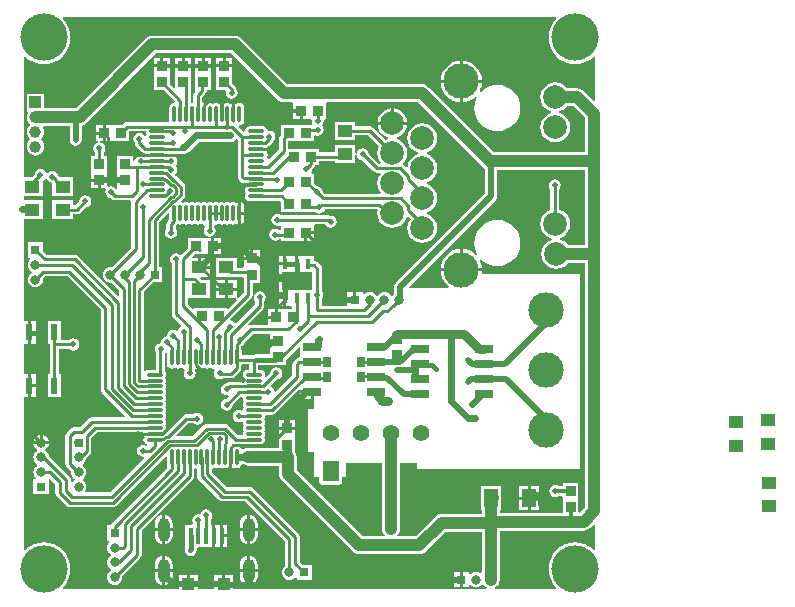
<source format=gtl>
G04*
G04 #@! TF.GenerationSoftware,Altium Limited,Altium Designer,19.1.7 (138)*
G04*
G04 Layer_Physical_Order=1*
G04 Layer_Color=255*
%FSLAX44Y44*%
%MOMM*%
G71*
G01*
G75*
%ADD11C,0.2500*%
%ADD12C,0.5000*%
%ADD41R,0.8500X0.8500*%
%ADD42R,0.8500X0.8500*%
%ADD43R,1.2500X1.0000*%
%ADD44R,0.6000X1.4000*%
%ADD45R,1.3000X1.0500*%
%ADD46R,1.2000X1.6000*%
%ADD47R,1.5250X0.6500*%
%ADD48R,0.4000X1.4000*%
%ADD49R,1.1000X1.0000*%
%ADD50R,2.5000X1.6000*%
%ADD51R,0.4500X0.8500*%
%ADD52O,1.4000X0.3000*%
%ADD53O,0.3000X1.4000*%
%ADD54C,0.5000*%
%ADD55C,0.8000*%
%ADD56C,0.6000*%
%ADD57C,1.0000*%
%ADD58C,0.4000*%
%ADD59C,0.3000*%
%ADD60R,1.4000X1.7000*%
%ADD61R,0.8000X0.9000*%
%ADD62C,1.4000*%
%ADD63C,0.8000*%
%ADD64R,0.8000X0.8000*%
%ADD65R,0.8000X0.8000*%
%ADD66O,1.0000X2.0000*%
%ADD67C,3.0000*%
%ADD68C,2.0000*%
%ADD69R,1.0000X1.0000*%
%ADD70C,1.0000*%
%ADD71C,4.0000*%
G36*
X458746Y490661D02*
X456201Y487561D01*
X454112Y483652D01*
X452826Y479411D01*
X452391Y475000D01*
X452826Y470589D01*
X454112Y466348D01*
X456201Y462439D01*
X459013Y459013D01*
X462439Y456201D01*
X466348Y454112D01*
X470589Y452826D01*
X475000Y452391D01*
X479411Y452826D01*
X483652Y454112D01*
X487561Y456201D01*
X490661Y458746D01*
X491931Y458291D01*
Y421426D01*
X490758Y420940D01*
X482099Y429599D01*
X480532Y430801D01*
X478708Y431557D01*
X476750Y431815D01*
X468066D01*
X466915Y433315D01*
X464304Y435319D01*
X461263Y436578D01*
X458000Y437008D01*
X454737Y436578D01*
X451696Y435319D01*
X449085Y433315D01*
X447081Y430704D01*
X445822Y427663D01*
X445392Y424400D01*
X445822Y421137D01*
X447081Y418096D01*
X449085Y415485D01*
X451696Y413481D01*
X454423Y412352D01*
X454423Y412350D01*
Y411050D01*
X454423Y411048D01*
X451696Y409919D01*
X449085Y407915D01*
X447081Y405304D01*
X445822Y402263D01*
X445392Y399000D01*
X445822Y395737D01*
X447081Y392696D01*
X449085Y390085D01*
X451696Y388081D01*
X454737Y386822D01*
X458000Y386392D01*
X461263Y386822D01*
X464304Y388081D01*
X466915Y390085D01*
X468919Y392696D01*
X470178Y395737D01*
X470608Y399000D01*
X470178Y402263D01*
X468919Y405304D01*
X466915Y407915D01*
X464304Y409919D01*
X461577Y411048D01*
X461577Y411050D01*
Y412350D01*
X461577Y412352D01*
X464304Y413481D01*
X466915Y415485D01*
X467836Y416685D01*
X473617D01*
X483435Y406867D01*
Y377565D01*
X406133D01*
X350349Y433349D01*
X348782Y434551D01*
X346958Y435307D01*
X345000Y435565D01*
X231133D01*
X192349Y474349D01*
X190782Y475551D01*
X188958Y476307D01*
X187000Y476565D01*
X117000D01*
X117000Y476565D01*
X115042Y476307D01*
X113218Y475551D01*
X111651Y474349D01*
X111651Y474349D01*
X52367Y415065D01*
X25500D01*
Y427500D01*
X10500D01*
Y412500D01*
X10947D01*
X11509Y411361D01*
X11449Y411282D01*
X10693Y409458D01*
X10435Y407500D01*
X10693Y405542D01*
X11449Y403718D01*
X12651Y402151D01*
X12997Y401885D01*
Y400615D01*
X12651Y400349D01*
X11449Y398782D01*
X10693Y396958D01*
X10435Y395000D01*
X10693Y393042D01*
X11449Y391218D01*
X12651Y389651D01*
X12997Y389385D01*
Y388115D01*
X12651Y387849D01*
X11449Y386282D01*
X10693Y384458D01*
X10435Y382500D01*
X10693Y380542D01*
X11449Y378718D01*
X12651Y377151D01*
X14218Y375949D01*
X16042Y375193D01*
X18000Y374935D01*
X19958Y375193D01*
X21782Y375949D01*
X23349Y377151D01*
X24551Y378718D01*
X25307Y380542D01*
X25565Y382500D01*
X25307Y384458D01*
X24551Y386282D01*
X23349Y387849D01*
X23003Y388115D01*
Y389385D01*
X23349Y389651D01*
X24551Y391218D01*
X25307Y393042D01*
X25565Y395000D01*
X25307Y396958D01*
X24600Y398665D01*
X24936Y399599D01*
X25102Y399935D01*
X46902D01*
Y388500D01*
X47290Y386549D01*
X48395Y384895D01*
X50049Y383790D01*
X52000Y383402D01*
X53951Y383790D01*
X55605Y384895D01*
X56710Y386549D01*
X57098Y388500D01*
Y400146D01*
X57458Y400193D01*
X59282Y400949D01*
X60849Y402151D01*
X117260Y458561D01*
X118210Y457716D01*
Y452270D01*
X123730D01*
Y457790D01*
X118284D01*
X117439Y458741D01*
X120133Y461435D01*
X183867D01*
X222651Y422651D01*
X222651Y422651D01*
X224218Y421449D01*
X226042Y420693D01*
X228000Y420435D01*
X235207D01*
X236210Y419790D01*
X236210Y419165D01*
Y414270D01*
X243000D01*
Y413000D01*
X244270D01*
Y406210D01*
X248997D01*
X249790Y406210D01*
X251043Y406250D01*
X251079D01*
X252097Y404980D01*
X251902Y404000D01*
X252281Y402093D01*
X252309Y401867D01*
X251625Y400823D01*
X251161D01*
X250792Y400750D01*
X241020D01*
X240250Y400750D01*
X238980Y400750D01*
X226250D01*
Y392657D01*
X225296Y391704D01*
X224468Y390463D01*
X224177Y389000D01*
Y380695D01*
X215771Y372289D01*
X214446Y372571D01*
X214008Y373550D01*
X214268Y373939D01*
X214578Y375500D01*
X214268Y377061D01*
X213664Y377964D01*
X214306Y378924D01*
X214366Y379230D01*
X212118D01*
X212061Y379268D01*
X210500Y379579D01*
X205000D01*
Y381421D01*
X210500D01*
X212061Y381732D01*
X212118Y381770D01*
X214366D01*
X214306Y382076D01*
X214235Y382181D01*
X215299Y382892D01*
X218703Y386296D01*
X219302Y387192D01*
X219604Y387394D01*
X220709Y389048D01*
X221098Y390999D01*
X220709Y392950D01*
X219604Y394604D01*
X217950Y395709D01*
X216000Y396097D01*
X215399Y395978D01*
X214343Y396683D01*
X214268Y397061D01*
X213384Y398384D01*
X212061Y399268D01*
X210500Y399578D01*
X199500D01*
X197939Y399268D01*
X196616Y398384D01*
X195732Y397061D01*
X195466Y395721D01*
X194795Y395350D01*
X194185Y395205D01*
X190205Y399185D01*
X190350Y399795D01*
X190721Y400466D01*
X192061Y400732D01*
X193384Y401616D01*
X194268Y402939D01*
X194578Y404500D01*
Y415500D01*
X194268Y417061D01*
X193384Y418384D01*
X192061Y419268D01*
X190500Y419578D01*
X188939Y419268D01*
X188036Y418664D01*
X187076Y419306D01*
X186770Y419366D01*
Y417118D01*
X186731Y417061D01*
X186421Y415500D01*
Y410000D01*
X184579D01*
Y415500D01*
X184268Y417061D01*
X184230Y417118D01*
Y419366D01*
X183924Y419306D01*
X182964Y418664D01*
X182061Y419268D01*
X180500Y419578D01*
X178939Y419268D01*
X178036Y418664D01*
X177076Y419306D01*
X176770Y419366D01*
Y417118D01*
X176732Y417061D01*
X176421Y415500D01*
Y410000D01*
X174579D01*
Y415500D01*
X174268Y417061D01*
X174230Y417118D01*
Y419366D01*
X173924Y419306D01*
X172964Y418664D01*
X172061Y419268D01*
X170500Y419578D01*
X168939Y419268D01*
X168000Y418640D01*
X167061Y419268D01*
X165500Y419578D01*
X163939Y419268D01*
X163036Y418664D01*
X162076Y419306D01*
X160500Y419619D01*
X160305Y419580D01*
X159323Y420386D01*
Y424916D01*
X161704Y427296D01*
X162532Y428537D01*
X162823Y430000D01*
Y430250D01*
X166750D01*
Y442957D01*
X166790Y444210D01*
X166790Y445003D01*
Y449730D01*
X153210D01*
Y445004D01*
X153210Y444210D01*
X153250Y442957D01*
Y430250D01*
X153250Y430250D01*
X152778Y429176D01*
X151968Y427963D01*
X151677Y426500D01*
Y420345D01*
X150695Y419540D01*
X150500Y419578D01*
X150305Y419540D01*
X149323Y420345D01*
Y430250D01*
X149750D01*
Y442957D01*
X149790Y444210D01*
X149790Y445003D01*
Y449730D01*
X143000D01*
X136210D01*
Y445004D01*
X136210Y444210D01*
X136250Y442957D01*
Y432817D01*
X135077Y432331D01*
X131750Y435657D01*
Y442957D01*
X131790Y444210D01*
X131790Y445003D01*
Y449730D01*
X118210D01*
Y445004D01*
X118210Y444210D01*
X118250Y442957D01*
Y430250D01*
X126343D01*
X135774Y420819D01*
X135644Y420229D01*
X135265Y419532D01*
X133939Y419268D01*
X132616Y418384D01*
X131732Y417061D01*
X131422Y415500D01*
Y404500D01*
X131456Y404325D01*
X130651Y403344D01*
X95770D01*
X94307Y403052D01*
X93067Y402224D01*
X91593Y400750D01*
X84293D01*
X83040Y400790D01*
X82247Y400790D01*
X77520D01*
Y394000D01*
Y387210D01*
X82247D01*
X83040Y387210D01*
X84293Y387250D01*
X97000D01*
Y395343D01*
X97354Y395697D01*
X111260D01*
X111422Y395500D01*
X111732Y393939D01*
X112360Y393000D01*
X111732Y392061D01*
X111678Y391788D01*
X110330Y391520D01*
X109605Y392605D01*
X107951Y393710D01*
X106000Y394098D01*
X104049Y393710D01*
X102395Y392605D01*
X101290Y390951D01*
X100902Y389000D01*
X101290Y387049D01*
X102177Y385722D01*
Y385500D01*
X102468Y384037D01*
X103296Y382796D01*
X108296Y377797D01*
X109537Y376968D01*
X110346Y376807D01*
X110377Y376770D01*
X110527D01*
X111000Y376676D01*
X114219D01*
X115500Y376421D01*
X121000D01*
Y374579D01*
X115500D01*
X113939Y374268D01*
X113882Y374230D01*
X110635D01*
X110633Y374228D01*
X110296D01*
X109201Y374960D01*
X107250Y375348D01*
X105299Y374960D01*
X103645Y373855D01*
X102540Y372201D01*
X102314Y371066D01*
X100978Y370207D01*
X100947Y370206D01*
X100750Y370277D01*
Y374750D01*
X87250D01*
Y361250D01*
X87250D01*
X87210Y360790D01*
X87210D01*
X87210Y359997D01*
Y355270D01*
X94000D01*
Y352730D01*
X87210D01*
Y347488D01*
X86056Y346929D01*
X85605Y347605D01*
X83951Y348710D01*
X82000Y349098D01*
X80049Y348710D01*
X79910Y348617D01*
X78790Y349216D01*
Y352730D01*
X73270D01*
Y347210D01*
X76784D01*
X77383Y346090D01*
X77290Y345951D01*
X76902Y344000D01*
X77290Y342049D01*
X78395Y340395D01*
X80049Y339290D01*
X81614Y338979D01*
X82296Y338296D01*
X83537Y337468D01*
X85000Y337177D01*
X98410D01*
X99215Y336195D01*
X99177Y336000D01*
Y297084D01*
X82515Y280422D01*
X81500Y280556D01*
X79803Y280333D01*
X78222Y279678D01*
X76864Y278636D01*
X75822Y277278D01*
X75167Y275697D01*
X74944Y274000D01*
X75167Y272303D01*
X75822Y270722D01*
X76864Y269364D01*
X78222Y268322D01*
X79803Y267667D01*
X81500Y267444D01*
X82073Y267519D01*
X88867Y260726D01*
Y256700D01*
X87693Y256214D01*
X53954Y289954D01*
X52713Y290782D01*
X51250Y291073D01*
X27334D01*
X24500Y293907D01*
Y301500D01*
X11500D01*
Y288500D01*
X13056D01*
X13487Y287230D01*
X13364Y287136D01*
X12322Y285778D01*
X11667Y284197D01*
X11444Y282500D01*
X11667Y280803D01*
X12322Y279222D01*
X13364Y277864D01*
X14527Y276972D01*
X14636Y276250D01*
X14527Y275528D01*
X13364Y274636D01*
X12322Y273278D01*
X11667Y271697D01*
X11444Y270000D01*
X11667Y268303D01*
X12322Y266722D01*
X13364Y265364D01*
X14722Y264322D01*
X16303Y263667D01*
X18000Y263444D01*
X19697Y263667D01*
X21278Y264322D01*
X22636Y265364D01*
X23678Y266722D01*
X24333Y268303D01*
X24556Y270000D01*
X24422Y271015D01*
X26084Y272677D01*
X45166D01*
X73177Y244666D01*
Y177000D01*
X73468Y175537D01*
X74296Y174296D01*
X94096Y154497D01*
X93610Y153323D01*
X65500D01*
X64037Y153032D01*
X62796Y152204D01*
X55416Y144823D01*
X50250D01*
X48787Y144532D01*
X47546Y143704D01*
X44296Y140454D01*
X43468Y139213D01*
X43177Y137750D01*
Y114000D01*
X43468Y112537D01*
X44296Y111296D01*
X48019Y107573D01*
X47944Y107000D01*
X48167Y105303D01*
X48822Y103722D01*
X49864Y102364D01*
X51027Y101472D01*
X51136Y100750D01*
X51027Y100028D01*
X49864Y99136D01*
X49343Y98457D01*
X48073Y98888D01*
Y100000D01*
X47782Y101463D01*
X46954Y102704D01*
X29177Y120480D01*
X29083Y121197D01*
X28428Y122778D01*
X27386Y124136D01*
X26260Y125000D01*
X26140Y125730D01*
X26140Y125780D01*
X26266Y126454D01*
X27415Y127336D01*
X28463Y128702D01*
X29122Y130293D01*
X29179Y130730D01*
X22750D01*
X16321D01*
X16379Y130293D01*
X17038Y128702D01*
X18086Y127336D01*
X19235Y126454D01*
X19360Y125780D01*
X19361Y125730D01*
X19241Y125000D01*
X18114Y124136D01*
X17072Y122778D01*
X16417Y121197D01*
X16194Y119500D01*
X16417Y117803D01*
X17072Y116222D01*
X18114Y114864D01*
X19277Y113972D01*
X19386Y113250D01*
X19277Y112528D01*
X18114Y111636D01*
X17072Y110278D01*
X16417Y108697D01*
X16194Y107000D01*
X16417Y105303D01*
X17072Y103722D01*
X18114Y102364D01*
X18237Y102270D01*
X17806Y101000D01*
X16250D01*
Y88000D01*
X29250D01*
Y100721D01*
X30345Y101423D01*
X34927Y96841D01*
Y89250D01*
X35218Y87787D01*
X36046Y86546D01*
X44296Y78296D01*
X45537Y77468D01*
X47000Y77177D01*
X83315D01*
X84778Y77468D01*
X86018Y78296D01*
X128248Y120526D01*
X129422Y120040D01*
Y114500D01*
X129677Y113218D01*
Y110766D01*
X82296Y63386D01*
X81468Y62146D01*
X81439Y62000D01*
X78500D01*
Y49000D01*
X80056D01*
X80487Y47730D01*
X80364Y47636D01*
X79322Y46278D01*
X78667Y44697D01*
X78444Y43000D01*
X78667Y41303D01*
X79322Y39722D01*
X80364Y38364D01*
X81527Y37472D01*
X81636Y36750D01*
X81527Y36028D01*
X80364Y35136D01*
X79322Y33778D01*
X78667Y32197D01*
X78444Y30500D01*
X78667Y28803D01*
X79322Y27222D01*
X80364Y25864D01*
X81527Y24972D01*
X81636Y24250D01*
X81527Y23528D01*
X80364Y22636D01*
X79322Y21278D01*
X78667Y19697D01*
X78444Y18000D01*
X78667Y16303D01*
X79322Y14722D01*
X80364Y13364D01*
X81722Y12322D01*
X83303Y11667D01*
X85000Y11444D01*
X86697Y11667D01*
X88278Y12322D01*
X89636Y13364D01*
X90678Y14722D01*
X91333Y16303D01*
X91556Y18000D01*
X91422Y19015D01*
X106704Y34296D01*
X107532Y35537D01*
X107823Y37000D01*
Y57416D01*
X151204Y100796D01*
X152032Y102037D01*
X152323Y103500D01*
Y109655D01*
X153305Y110460D01*
X153500Y110422D01*
X153791Y110479D01*
X154772Y109674D01*
Y103654D01*
X155063Y102191D01*
X155892Y100951D01*
X173546Y83296D01*
X174787Y82468D01*
X176250Y82177D01*
X195666D01*
X229177Y48666D01*
Y27259D01*
X228364Y26636D01*
X227322Y25278D01*
X226667Y23697D01*
X226444Y22000D01*
X226667Y20303D01*
X227322Y18722D01*
X228364Y17364D01*
X229722Y16322D01*
X231303Y15667D01*
X233000Y15444D01*
X234697Y15667D01*
X236278Y16322D01*
X237636Y17364D01*
X237730Y17487D01*
X239000Y17056D01*
Y15500D01*
X252000D01*
Y28500D01*
X244407D01*
X241823Y31084D01*
Y52250D01*
X241532Y53713D01*
X240704Y54954D01*
X202454Y93204D01*
X201213Y94032D01*
X199750Y94323D01*
X180084D01*
X167323Y107084D01*
Y109655D01*
X168305Y110460D01*
X168500Y110422D01*
X170061Y110732D01*
X171000Y111360D01*
X171939Y110732D01*
X173500Y110422D01*
X175061Y110732D01*
X176000Y111360D01*
X176939Y110732D01*
X178500Y110422D01*
X180061Y110732D01*
X180964Y111336D01*
X181924Y110694D01*
X182230Y110633D01*
Y112882D01*
X182268Y112939D01*
X182579Y114500D01*
Y120000D01*
X184392D01*
X184421Y119852D01*
Y114500D01*
X184732Y112939D01*
X184770Y112882D01*
Y110633D01*
X185076Y110694D01*
X186036Y111336D01*
X186939Y110732D01*
X188500Y110422D01*
X190061Y110732D01*
X191384Y111616D01*
X192268Y112939D01*
X192338Y113291D01*
X193737Y113817D01*
X194218Y113449D01*
X196042Y112693D01*
X198000Y112435D01*
X223935D01*
Y105500D01*
X224193Y103542D01*
X224949Y101718D01*
X226151Y100151D01*
X252651Y73651D01*
X286651Y39651D01*
X288218Y38449D01*
X290042Y37693D01*
X292000Y37435D01*
X292000Y37435D01*
X343000D01*
X344958Y37693D01*
X346782Y38449D01*
X348349Y39651D01*
X365133Y56435D01*
X395935D01*
Y22007D01*
X394665Y21381D01*
X394278Y21678D01*
X392697Y22333D01*
X391000Y22556D01*
X389303Y22333D01*
X387722Y21678D01*
X386364Y20636D01*
X386310Y20565D01*
X385040Y20996D01*
Y22540D01*
X379770D01*
Y16000D01*
Y9460D01*
X385040D01*
Y11004D01*
X386310Y11435D01*
X386364Y11364D01*
X387722Y10322D01*
X389303Y9667D01*
X391000Y9444D01*
X392697Y9667D01*
X394278Y10322D01*
X395636Y11364D01*
X395856Y11651D01*
X395909Y11679D01*
X397420Y11603D01*
X398151Y10651D01*
X399718Y9449D01*
X399983Y9339D01*
X399730Y8069D01*
X185540D01*
Y10730D01*
X169460D01*
Y8069D01*
X155540D01*
Y10730D01*
X139460D01*
Y8069D01*
X41709D01*
X41254Y9339D01*
X43799Y12439D01*
X45888Y16348D01*
X47174Y20589D01*
X47609Y25000D01*
X47174Y29411D01*
X45888Y33652D01*
X43799Y37561D01*
X40987Y40987D01*
X37561Y43799D01*
X33652Y45888D01*
X29411Y47174D01*
X25000Y47609D01*
X20589Y47174D01*
X16348Y45888D01*
X12439Y43799D01*
X9339Y41254D01*
X8069Y41709D01*
Y170710D01*
X11480D01*
Y180250D01*
Y189790D01*
X8069D01*
Y215710D01*
X11480D01*
Y225250D01*
Y234790D01*
X8069D01*
X8069Y321500D01*
X24000D01*
Y337000D01*
X8069D01*
Y341000D01*
X24000D01*
Y353750D01*
X24201Y353790D01*
X25855Y354895D01*
X26179Y355381D01*
X27527Y355113D01*
X27540Y355049D01*
X28645Y353395D01*
X30299Y352290D01*
X32000Y351952D01*
Y341000D01*
X50000D01*
Y356500D01*
X38590D01*
X38454Y356704D01*
X37147Y358010D01*
X36960Y358951D01*
X35855Y360605D01*
X34201Y361710D01*
X32250Y362098D01*
X30299Y361710D01*
X28645Y360605D01*
X28321Y360119D01*
X26972Y360387D01*
X26960Y360451D01*
X25855Y362105D01*
X24201Y363210D01*
X22250Y363598D01*
X20299Y363210D01*
X18645Y362105D01*
X17540Y360451D01*
X17229Y358886D01*
X14843Y356500D01*
X8069D01*
Y458290D01*
X9339Y458746D01*
X12439Y456201D01*
X16348Y454112D01*
X20589Y452826D01*
X25000Y452391D01*
X29411Y452826D01*
X33652Y454112D01*
X37561Y456201D01*
X40987Y459013D01*
X43799Y462439D01*
X45888Y466348D01*
X47174Y470589D01*
X47609Y475000D01*
X47174Y479411D01*
X45888Y483652D01*
X43799Y487561D01*
X41254Y490661D01*
X41709Y491931D01*
X458291D01*
X458746Y490661D01*
D02*
G37*
G36*
X290290Y374049D02*
X291395Y372395D01*
X293049Y371290D01*
X294614Y370979D01*
X304046Y361546D01*
X305287Y360718D01*
X306750Y360427D01*
X309643D01*
X310205Y359287D01*
X309181Y357954D01*
X307922Y354913D01*
X307492Y351650D01*
X307922Y348387D01*
X309181Y345346D01*
X310319Y343863D01*
X309693Y342593D01*
X262814D01*
X261021Y344386D01*
X260710Y345951D01*
X259605Y347605D01*
X257951Y348710D01*
X256386Y349021D01*
X253750Y351657D01*
Y359750D01*
X252285D01*
X251606Y361020D01*
X251960Y361549D01*
X252348Y363500D01*
X252328Y363598D01*
X253704Y364973D01*
X254532Y366213D01*
X254739Y367250D01*
X257750D01*
Y370177D01*
X271250D01*
Y368500D01*
X288750D01*
Y375282D01*
X290020Y375407D01*
X290290Y374049D01*
D02*
G37*
G36*
X397651Y364651D02*
X398101Y364201D01*
X398902Y363586D01*
Y343112D01*
X322969Y267179D01*
X321864Y265525D01*
X321476Y263574D01*
Y257722D01*
X321364Y257636D01*
X320472Y256473D01*
X319750Y256364D01*
X319028Y256473D01*
X318136Y257636D01*
X316778Y258678D01*
X315197Y259333D01*
X313500Y259556D01*
X311803Y259333D01*
X310222Y258678D01*
X308864Y257636D01*
X307972Y256473D01*
X307250Y256364D01*
X306528Y256473D01*
X305636Y257636D01*
X304278Y258678D01*
X302697Y259333D01*
X301000Y259556D01*
X299303Y259333D01*
X297722Y258678D01*
X296364Y257636D01*
X296310Y257565D01*
X295040Y257996D01*
Y259540D01*
X289770D01*
Y253000D01*
X288500D01*
Y251730D01*
X281960D01*
Y247823D01*
X260573D01*
Y253472D01*
X261460Y254799D01*
X261848Y256750D01*
X261460Y258701D01*
X260573Y260028D01*
Y279250D01*
X260282Y280713D01*
X259454Y281954D01*
X256704Y284704D01*
X255463Y285532D01*
X254000Y285823D01*
X253750D01*
Y290250D01*
X244250D01*
Y290250D01*
X243790Y290290D01*
Y290290D01*
X242997Y290290D01*
X240270D01*
Y283500D01*
X237730D01*
Y290290D01*
X234210D01*
Y290290D01*
X233790D01*
Y290290D01*
X230270D01*
Y283500D01*
X229000D01*
Y282230D01*
X224210D01*
Y279540D01*
X223960D01*
Y270270D01*
X239000D01*
Y267730D01*
X223960D01*
Y258460D01*
X224210D01*
Y255770D01*
X229000D01*
Y254500D01*
X230270D01*
Y247710D01*
X232997D01*
X233790Y247710D01*
Y247710D01*
X233907Y247720D01*
X235177Y246909D01*
Y244750D01*
X229250D01*
Y244750D01*
X228790Y244790D01*
Y244790D01*
X227997Y244790D01*
X223270D01*
Y238000D01*
X222000D01*
Y236730D01*
X215210D01*
Y231823D01*
X200250D01*
X198847Y231544D01*
X198766Y231598D01*
X198172Y232665D01*
X210704Y245197D01*
X211532Y246437D01*
X211823Y247901D01*
Y251722D01*
X212710Y253049D01*
X213098Y255000D01*
X212710Y256951D01*
X211605Y258605D01*
X209951Y259710D01*
X208000Y260098D01*
X206049Y259710D01*
X204395Y258605D01*
X203290Y256951D01*
X202902Y255000D01*
X203290Y253049D01*
X204177Y251722D01*
Y249484D01*
X187990Y233298D01*
X186726Y233423D01*
X186605Y233605D01*
X184951Y234710D01*
X183251Y235048D01*
X182627Y236220D01*
X188829Y242421D01*
X200704Y254296D01*
X201532Y255537D01*
X201823Y257000D01*
Y267250D01*
X207750D01*
Y279957D01*
X207790Y281210D01*
X207790Y282003D01*
Y286730D01*
X194210D01*
Y282003D01*
X194210Y281210D01*
X193888Y280073D01*
X188500D01*
Y288000D01*
X170500D01*
Y272500D01*
X183131D01*
X183500Y272427D01*
X193552D01*
X194208Y271157D01*
X194177Y271000D01*
Y258584D01*
X189810Y254217D01*
X188540Y254743D01*
X188540Y254836D01*
X188540Y254836D01*
X188540Y254905D01*
Y260480D01*
X180770D01*
Y253960D01*
X187595Y253960D01*
X187664D01*
X187664D01*
X187757Y253960D01*
X187838Y253764D01*
X188283Y252690D01*
X180700Y245107D01*
X179750Y245500D01*
Y245500D01*
X166250D01*
Y245500D01*
X165750D01*
Y245500D01*
X152250D01*
Y245500D01*
X151300Y245107D01*
X147073Y249334D01*
Y252907D01*
X147500Y254000D01*
X165500D01*
Y269500D01*
X158758D01*
X157954Y270704D01*
X157371Y271287D01*
X157857Y272460D01*
X165540D01*
Y278980D01*
X156500D01*
Y280250D01*
X155230D01*
Y288040D01*
X151107D01*
X150620Y289213D01*
X152657Y291250D01*
X156631D01*
X157000Y291177D01*
X157369Y291250D01*
X159957D01*
X161210Y291210D01*
X162003Y291210D01*
X166730D01*
Y298000D01*
Y304790D01*
X162003D01*
X161210Y304790D01*
X159957Y304750D01*
X147250D01*
Y296657D01*
X141145Y290552D01*
X140605Y290605D01*
X138951Y291710D01*
X137000Y292098D01*
X135049Y291710D01*
X133395Y290605D01*
X132290Y288951D01*
X131902Y287000D01*
X132290Y285049D01*
X133177Y283722D01*
Y241000D01*
X133468Y239537D01*
X134296Y238296D01*
X141455Y231138D01*
X141122Y229675D01*
X139895Y228855D01*
X138790Y227201D01*
X137404Y226740D01*
X136701Y227210D01*
X134750Y227598D01*
X132799Y227210D01*
X131145Y226105D01*
X130040Y224451D01*
X129760Y223041D01*
X129250Y221848D01*
X127299Y221460D01*
X125645Y220355D01*
X124540Y218701D01*
X124152Y216750D01*
X124235Y216333D01*
X124000Y216098D01*
X122049Y215710D01*
X120395Y214605D01*
X119290Y212951D01*
X118902Y211000D01*
X119290Y209049D01*
X119802Y208284D01*
Y193578D01*
X113500D01*
X111939Y193268D01*
X111093Y192703D01*
X109823Y193309D01*
Y259416D01*
X117907Y267500D01*
X125500D01*
Y280500D01*
X122823D01*
Y319101D01*
X130248Y326526D01*
X131422Y326040D01*
Y320829D01*
X130046Y319454D01*
X129218Y318213D01*
X128927Y316750D01*
Y313028D01*
X128040Y311701D01*
X127652Y309750D01*
X128040Y307799D01*
X129145Y306145D01*
X130799Y305040D01*
X132750Y304652D01*
X134701Y305040D01*
X136355Y306145D01*
X137460Y307799D01*
X137848Y309750D01*
X137460Y311701D01*
X136573Y313028D01*
Y315166D01*
X138204Y316796D01*
X138401Y317092D01*
X138939Y316732D01*
X140500Y316422D01*
X142061Y316732D01*
X143000Y317360D01*
X143939Y316732D01*
X145500Y316422D01*
X147061Y316732D01*
X148000Y317360D01*
X148939Y316732D01*
X150500Y316422D01*
X152061Y316732D01*
X153000Y317360D01*
X153939Y316732D01*
X155500Y316422D01*
X157061Y316732D01*
X158000Y317360D01*
X158939Y316732D01*
X160500Y316422D01*
X160695Y316460D01*
X161677Y315655D01*
Y314528D01*
X160790Y313201D01*
X160402Y311250D01*
X160790Y309299D01*
X161895Y307645D01*
X163549Y306540D01*
X165500Y306152D01*
X167451Y306540D01*
X169105Y307645D01*
X170210Y309299D01*
X170598Y311250D01*
X170210Y313201D01*
X169323Y314528D01*
Y315655D01*
X170305Y316460D01*
X170500Y316422D01*
X172061Y316732D01*
X173000Y317360D01*
X173939Y316732D01*
X175500Y316422D01*
X177061Y316732D01*
X178000Y317360D01*
X178939Y316732D01*
X180500Y316422D01*
X182061Y316732D01*
X183000Y317360D01*
X183939Y316732D01*
X185500Y316422D01*
X187061Y316732D01*
X187964Y317336D01*
X188924Y316695D01*
X189230Y316633D01*
Y318882D01*
X189269Y318939D01*
X189579Y320500D01*
Y326000D01*
Y331500D01*
X189269Y333061D01*
X189230Y333118D01*
Y335367D01*
X188924Y335306D01*
X187964Y334664D01*
X187061Y335268D01*
X185500Y335578D01*
X183939Y335268D01*
X183000Y334640D01*
X182061Y335268D01*
X180500Y335578D01*
X178939Y335268D01*
X178000Y334640D01*
X177061Y335268D01*
X175500Y335578D01*
X173939Y335268D01*
X173000Y334640D01*
X172061Y335268D01*
X170500Y335578D01*
X168939Y335268D01*
X168000Y334640D01*
X167061Y335268D01*
X165500Y335578D01*
X163939Y335268D01*
X163000Y334640D01*
X162061Y335268D01*
X160500Y335578D01*
X158939Y335268D01*
X158000Y334640D01*
X157061Y335268D01*
X155500Y335578D01*
X153939Y335268D01*
X153000Y334640D01*
X152061Y335268D01*
X150500Y335578D01*
X148939Y335268D01*
X148000Y334640D01*
X147061Y335268D01*
X145500Y335578D01*
X143939Y335268D01*
X143000Y334640D01*
X142061Y335268D01*
X141928Y335294D01*
X141510Y336672D01*
X143494Y338656D01*
X144322Y339896D01*
X144613Y341359D01*
Y348641D01*
X144322Y350104D01*
X143494Y351344D01*
X138344Y356494D01*
X137104Y357322D01*
X136953Y357352D01*
X136297Y358009D01*
X136421Y359273D01*
X136603Y359394D01*
X137709Y361048D01*
X138097Y362999D01*
X137709Y364950D01*
X136673Y366499D01*
X137709Y368049D01*
X138097Y370000D01*
X137709Y371950D01*
X136603Y373604D01*
X134950Y374709D01*
X132999Y375097D01*
X131786Y374856D01*
X131613Y374952D01*
X131522Y375407D01*
X132563Y376677D01*
X141500D01*
X141535Y376684D01*
X143000Y376392D01*
X144000D01*
X146146Y376819D01*
X147965Y378035D01*
X156322Y386392D01*
X182999D01*
X185145Y386819D01*
X186964Y388034D01*
X187118Y388264D01*
X188767Y388563D01*
X189177Y388266D01*
Y375404D01*
Y357060D01*
X189468Y355597D01*
X190296Y354357D01*
X191761Y352892D01*
X193001Y352063D01*
X194344Y351796D01*
X194401Y351770D01*
X197882D01*
X197939Y351732D01*
X199500Y351421D01*
X205000D01*
Y349579D01*
X199500D01*
X197939Y349268D01*
X197882Y349230D01*
X195634D01*
X195694Y348924D01*
X196336Y347964D01*
X195732Y347061D01*
X195422Y345500D01*
X195732Y343939D01*
X196360Y343000D01*
X195732Y342061D01*
X195422Y340500D01*
X195732Y338939D01*
X196616Y337616D01*
X197939Y336732D01*
X199500Y336422D01*
X210500D01*
X211782Y336677D01*
X224916D01*
X226250Y335343D01*
Y327250D01*
X238980D01*
X239750Y327250D01*
X241020Y327250D01*
X249631D01*
X250000Y327177D01*
X254722D01*
X256049Y326290D01*
X258000Y325902D01*
X259951Y326290D01*
X261605Y327395D01*
X262710Y329049D01*
X262835Y329677D01*
X306796D01*
X307797Y328564D01*
X307492Y326250D01*
X307922Y322987D01*
X309181Y319946D01*
X311185Y317335D01*
X313796Y315331D01*
X316837Y314072D01*
X320100Y313642D01*
X323363Y314072D01*
X326404Y315331D01*
X329015Y317335D01*
X331019Y319946D01*
X332214Y322832D01*
X333397Y323367D01*
X333456Y323387D01*
X335627Y321216D01*
X334581Y319854D01*
X333322Y316813D01*
X332892Y313550D01*
X333322Y310287D01*
X334581Y307246D01*
X336585Y304635D01*
X339196Y302631D01*
X342237Y301372D01*
X345500Y300942D01*
X348763Y301372D01*
X351804Y302631D01*
X354415Y304635D01*
X356419Y307246D01*
X357678Y310287D01*
X358108Y313550D01*
X357678Y316813D01*
X356419Y319854D01*
X354415Y322465D01*
X351804Y324469D01*
X349077Y325598D01*
X349077Y325600D01*
Y326900D01*
X349077Y326902D01*
X351804Y328031D01*
X354415Y330035D01*
X356419Y332646D01*
X357678Y335687D01*
X358108Y338950D01*
X357678Y342213D01*
X356419Y345254D01*
X354415Y347865D01*
X351804Y349869D01*
X349077Y350998D01*
X349077Y351000D01*
Y352300D01*
X349077Y352302D01*
X351804Y353431D01*
X354415Y355435D01*
X356419Y358046D01*
X357678Y361087D01*
X358108Y364350D01*
X357678Y367613D01*
X356419Y370654D01*
X354415Y373265D01*
X351804Y375269D01*
X349077Y376398D01*
X349077Y376400D01*
Y377700D01*
X349077Y377702D01*
X351804Y378831D01*
X354415Y380835D01*
X356419Y383446D01*
X357678Y386487D01*
X358108Y389750D01*
X357678Y393013D01*
X356419Y396054D01*
X354415Y398665D01*
X351804Y400669D01*
X348763Y401928D01*
X345500Y402358D01*
X342237Y401928D01*
X339196Y400669D01*
X336585Y398665D01*
X334581Y396054D01*
X333322Y393013D01*
X332892Y389750D01*
X333322Y386487D01*
X334581Y383446D01*
X336585Y380835D01*
X339196Y378831D01*
X341923Y377702D01*
X341923Y377700D01*
Y376400D01*
X341923Y376398D01*
X339196Y375269D01*
X336585Y373265D01*
X334581Y370654D01*
X333322Y367613D01*
X333033Y365420D01*
X331692Y364965D01*
X329704Y366954D01*
X329524Y367074D01*
X329424Y368668D01*
X331019Y370746D01*
X332278Y373787D01*
X332708Y377050D01*
X332278Y380313D01*
X331019Y383354D01*
X329015Y385965D01*
X326404Y387969D01*
X323771Y389059D01*
X323781Y390402D01*
X326424Y391496D01*
X329044Y393506D01*
X331054Y396126D01*
X332317Y399176D01*
X332581Y401180D01*
X320100D01*
X307619D01*
X307883Y399176D01*
X309146Y396126D01*
X311156Y393506D01*
X313776Y391496D01*
X316419Y390402D01*
X316429Y389059D01*
X314356Y388201D01*
X303853Y398704D01*
X302613Y399532D01*
X301150Y399823D01*
X288750D01*
Y403500D01*
X271250D01*
Y388500D01*
X288750D01*
Y392177D01*
X299566D01*
X308949Y382794D01*
X307922Y380313D01*
X307492Y377050D01*
X307922Y373787D01*
X309181Y370746D01*
X310257Y369343D01*
X309631Y368073D01*
X308334D01*
X300021Y376386D01*
X299710Y377951D01*
X298605Y379605D01*
X296951Y380710D01*
X295000Y381098D01*
X293049Y380710D01*
X291395Y379605D01*
X290290Y377951D01*
X290020Y376593D01*
X288750Y376718D01*
Y383500D01*
X271250D01*
Y377823D01*
X257750D01*
Y380750D01*
X245020D01*
X244250Y380750D01*
X242980Y380750D01*
X231823D01*
Y387250D01*
X238980D01*
X239750Y387250D01*
X241020Y387250D01*
X253750D01*
Y391811D01*
X254870Y392410D01*
X255049Y392290D01*
X257000Y391902D01*
X258951Y392290D01*
X260605Y393395D01*
X261710Y395049D01*
X262098Y397000D01*
X261710Y398951D01*
X260675Y400500D01*
X261710Y402049D01*
X262098Y404000D01*
X261903Y404980D01*
X262921Y406250D01*
X263750D01*
Y415631D01*
X263824Y416000D01*
X263750Y416369D01*
X263750Y419750D01*
X264736Y420435D01*
X341867D01*
X397651Y364651D01*
D02*
G37*
G36*
X483435Y299265D02*
X468951D01*
X467915Y300615D01*
X465304Y302619D01*
X462263Y303878D01*
X462111Y303898D01*
X461940Y305202D01*
X464304Y306181D01*
X466915Y308185D01*
X468919Y310796D01*
X470178Y313837D01*
X470608Y317100D01*
X470178Y320363D01*
X468919Y323404D01*
X466915Y326015D01*
X464304Y328019D01*
X461623Y329129D01*
Y346522D01*
X462510Y347849D01*
X462898Y349800D01*
X462510Y351751D01*
X461405Y353405D01*
X459751Y354510D01*
X457800Y354898D01*
X455849Y354510D01*
X454195Y353405D01*
X453090Y351751D01*
X452702Y349800D01*
X453090Y347849D01*
X453977Y346522D01*
Y328963D01*
X451696Y328019D01*
X449085Y326015D01*
X447081Y323404D01*
X445822Y320363D01*
X445392Y317100D01*
X445822Y313837D01*
X447081Y310796D01*
X449085Y308185D01*
X451696Y306181D01*
X454737Y304922D01*
X454889Y304902D01*
X455061Y303598D01*
X452696Y302619D01*
X450085Y300615D01*
X448081Y298004D01*
X446822Y294963D01*
X446392Y291700D01*
X446822Y288437D01*
X448081Y285396D01*
X450085Y282785D01*
X452696Y280781D01*
X455737Y279522D01*
X459000Y279092D01*
X462263Y279522D01*
X465304Y280781D01*
X467915Y282785D01*
X468951Y284135D01*
X483435D01*
Y77133D01*
X479020Y72718D01*
X477750Y72935D01*
Y82980D01*
X477750Y83750D01*
X477750Y85020D01*
Y97750D01*
X464250D01*
Y95078D01*
X460896D01*
X459951Y95710D01*
X458000Y96098D01*
X456049Y95710D01*
X454395Y94605D01*
X453290Y92951D01*
X452902Y91000D01*
X453290Y89049D01*
X454395Y87395D01*
X456049Y86290D01*
X458000Y85902D01*
X459951Y86290D01*
X460896Y86922D01*
X463352D01*
X464250Y86024D01*
X464250Y84250D01*
X464250Y82980D01*
Y72565D01*
X411065D01*
Y74500D01*
X412500D01*
Y84508D01*
X412565Y85000D01*
X412500Y85492D01*
Y95500D01*
X395500D01*
Y74500D01*
X395935D01*
Y71565D01*
X362000D01*
X362000Y71565D01*
X360042Y71307D01*
X358218Y70551D01*
X356651Y69349D01*
X356651Y69349D01*
X339867Y52565D01*
X324814D01*
X324490Y53835D01*
X325551Y55218D01*
X326307Y57042D01*
X326565Y59000D01*
Y115000D01*
X341000D01*
Y110000D01*
X479000Y110000D01*
X479000Y255000D01*
X479000D01*
X479000Y255000D01*
Y275000D01*
X396736D01*
X395883Y275941D01*
X396000Y277130D01*
X378500D01*
X361000D01*
X361214Y274961D01*
X362217Y271655D01*
X363845Y268608D01*
X366037Y265937D01*
X368069Y264270D01*
X367615Y263000D01*
X335006D01*
X334112Y263902D01*
X407605Y337395D01*
X408710Y339049D01*
X409098Y341000D01*
Y362435D01*
X483435D01*
Y299265D01*
D02*
G37*
G36*
X216210Y219270D02*
X223000D01*
Y216730D01*
X216210D01*
Y211210D01*
X216210D01*
X216210Y211210D01*
X216250Y209957D01*
Y206588D01*
X205000D01*
X203244Y206239D01*
X202622Y205823D01*
X192578D01*
Y209500D01*
X192323Y210781D01*
Y213915D01*
X192951Y214040D01*
X194605Y215145D01*
X195710Y216799D01*
X196021Y218364D01*
X201834Y224177D01*
X216210D01*
Y219270D01*
D02*
G37*
G36*
X242085Y212768D02*
Y207270D01*
X242085D01*
Y206070D01*
X242085D01*
Y204143D01*
X241320D01*
X239857Y203852D01*
X238616Y203024D01*
X236546Y200954D01*
X235718Y199713D01*
X235427Y198250D01*
Y188834D01*
X221462Y174869D01*
X220156Y175359D01*
X219871Y176790D01*
X218766Y178444D01*
X217701Y179155D01*
X217431Y180681D01*
X222386Y185636D01*
X223951Y185947D01*
X225605Y187053D01*
X226710Y188706D01*
X227098Y190657D01*
X226710Y192608D01*
X225605Y194262D01*
X223951Y195367D01*
X222000Y195755D01*
X220049Y195367D01*
X218395Y194262D01*
X217290Y192608D01*
X216979Y191043D01*
X213362Y187427D01*
X212989Y187602D01*
X212315Y188176D01*
X212578Y189500D01*
X212268Y191061D01*
X211384Y192384D01*
X210061Y193268D01*
X208500Y193578D01*
X206823D01*
Y197412D01*
X216250D01*
Y197250D01*
X229750D01*
Y202093D01*
X240912Y213255D01*
X242085Y212768D01*
D02*
G37*
G36*
X129422Y207643D02*
Y198500D01*
X129732Y196939D01*
X130616Y195616D01*
X131939Y194732D01*
X133500Y194422D01*
X135061Y194732D01*
X136000Y195360D01*
X136939Y194732D01*
X138500Y194422D01*
X140061Y194732D01*
X141000Y195360D01*
X141939Y194732D01*
X143500Y194422D01*
X143592Y194440D01*
X144355Y193297D01*
X143790Y192451D01*
X143402Y190500D01*
X143790Y188549D01*
X144895Y186895D01*
X146549Y185790D01*
X148500Y185402D01*
X150451Y185790D01*
X152105Y186895D01*
X153210Y188549D01*
X153598Y190500D01*
X153210Y192451D01*
X152676Y193250D01*
X153440Y194393D01*
X153500Y194381D01*
X155076Y194694D01*
X156036Y195336D01*
X156939Y194732D01*
X158500Y194422D01*
X160061Y194732D01*
X161000Y195360D01*
X161939Y194732D01*
X163500Y194422D01*
X165061Y194732D01*
X166000Y195360D01*
X166939Y194732D01*
X168500Y194422D01*
X169168Y194555D01*
X169932Y193412D01*
X169290Y192451D01*
X168902Y190500D01*
X169290Y188549D01*
X170395Y186895D01*
X172049Y185790D01*
X174000Y185402D01*
X175951Y185790D01*
X176903Y186427D01*
X183750D01*
X185213Y186718D01*
X186454Y187546D01*
X191108Y192201D01*
X191937Y193441D01*
X192228Y194904D01*
Y196879D01*
X192268Y196939D01*
X192514Y198177D01*
X199177D01*
Y193578D01*
X197500D01*
X195939Y193268D01*
X194616Y192384D01*
X193732Y191061D01*
X193422Y189500D01*
X193732Y187939D01*
X194336Y187036D01*
X193694Y186076D01*
X193381Y184500D01*
X193420Y184305D01*
X192614Y183323D01*
X182500D01*
X181037Y183032D01*
X179796Y182204D01*
X179614Y182021D01*
X178049Y181710D01*
X176395Y180605D01*
X175290Y178951D01*
X174902Y177000D01*
X175290Y175049D01*
X176395Y173395D01*
X178049Y172290D01*
X180000Y171902D01*
X180872Y172076D01*
X181498Y170905D01*
X179614Y169021D01*
X178049Y168710D01*
X176395Y167605D01*
X175290Y165951D01*
X174902Y164000D01*
X175290Y162049D01*
X176395Y160395D01*
X178049Y159290D01*
X180000Y158902D01*
X181951Y159290D01*
X183605Y160395D01*
X184710Y162049D01*
X185021Y163614D01*
X191581Y170174D01*
X192348Y170142D01*
X193422Y169500D01*
X193732Y167939D01*
X194360Y167000D01*
X193732Y166061D01*
X193422Y164500D01*
X193732Y162939D01*
X194360Y162000D01*
X193732Y161061D01*
X193466Y159725D01*
X192750Y159237D01*
X192220Y159030D01*
X191951Y159210D01*
X190000Y159598D01*
X188049Y159210D01*
X186395Y158105D01*
X185290Y156451D01*
X184902Y154500D01*
X185290Y152549D01*
X186395Y150895D01*
X188049Y149790D01*
X190000Y149402D01*
X191951Y149790D01*
X192220Y149970D01*
X192750Y149763D01*
X193466Y149275D01*
X193732Y147939D01*
X194360Y147000D01*
X193732Y146061D01*
X193422Y144500D01*
X193732Y142939D01*
X194360Y142000D01*
X193732Y141061D01*
X193422Y139500D01*
X193460Y139305D01*
X192655Y138323D01*
X189415D01*
X181245Y146494D01*
X180005Y147322D01*
X178542Y147613D01*
X163000D01*
X161537Y147322D01*
X160296Y146494D01*
X150916Y137113D01*
X137512D01*
X137025Y138287D01*
X146915Y148177D01*
X151722D01*
X153049Y147290D01*
X155000Y146902D01*
X156951Y147290D01*
X158605Y148395D01*
X159710Y150049D01*
X160098Y152000D01*
X159710Y153951D01*
X158605Y155605D01*
X156951Y156710D01*
X155000Y157098D01*
X153049Y156710D01*
X151722Y155823D01*
X145332D01*
X143868Y155532D01*
X142628Y154704D01*
X130032Y142107D01*
X128520Y142375D01*
X128268Y142939D01*
X128578Y144500D01*
X128268Y146061D01*
X127640Y147000D01*
X128268Y147939D01*
X128578Y149500D01*
X128268Y151061D01*
X127640Y152000D01*
X128268Y152939D01*
X128578Y154500D01*
X128268Y156061D01*
X127640Y157000D01*
X128268Y157939D01*
X128578Y159500D01*
X128268Y161061D01*
X127640Y162000D01*
X128268Y162939D01*
X128578Y164500D01*
X128268Y166061D01*
X127640Y167000D01*
X128268Y167939D01*
X128578Y169500D01*
X128268Y171061D01*
X127640Y172000D01*
X128268Y172939D01*
X128578Y174500D01*
X128268Y176061D01*
X127640Y177000D01*
X128268Y177939D01*
X128578Y179500D01*
X128268Y181061D01*
X127640Y182000D01*
X128268Y182939D01*
X128578Y184500D01*
X128268Y186061D01*
X127640Y187000D01*
X128268Y187939D01*
X128578Y189500D01*
X128268Y191061D01*
X127448Y192287D01*
Y207273D01*
X127510Y207332D01*
X127605Y207395D01*
X127656Y207472D01*
X128233Y208025D01*
X129422Y207643D01*
D02*
G37*
G36*
X109424Y139715D02*
X109381Y139500D01*
X109694Y137924D01*
X110336Y136964D01*
X109732Y136061D01*
X109422Y134500D01*
X109732Y132939D01*
X110616Y131616D01*
X111939Y130732D01*
X112352Y130650D01*
X112844Y129516D01*
X111599Y129277D01*
X110951Y129710D01*
X109000Y130098D01*
X107049Y129710D01*
X105395Y128605D01*
X104290Y126951D01*
X103902Y125000D01*
X104290Y123049D01*
X105395Y121395D01*
X107049Y120290D01*
X109000Y119902D01*
X109852Y120071D01*
X110477Y118901D01*
X81400Y89823D01*
X60705D01*
X60079Y91093D01*
X60178Y91222D01*
X60833Y92803D01*
X61056Y94500D01*
X60833Y96197D01*
X60178Y97778D01*
X59136Y99136D01*
X57973Y100028D01*
X57864Y100750D01*
X57973Y101472D01*
X59136Y102364D01*
X60178Y103722D01*
X60833Y105303D01*
X61056Y107000D01*
X60833Y108697D01*
X60178Y110278D01*
X59136Y111636D01*
X57973Y112528D01*
X57864Y113250D01*
X57973Y113972D01*
X59136Y114864D01*
X60178Y116222D01*
X60833Y117803D01*
X60965Y118808D01*
X64204Y122046D01*
X65032Y123287D01*
X65323Y124750D01*
Y136166D01*
X69854Y140697D01*
X108618D01*
X109424Y139715D01*
D02*
G37*
G36*
X241534Y176190D02*
X252210D01*
Y174920D01*
X253480D01*
Y169130D01*
X254000D01*
Y160000D01*
X249000D01*
Y124000D01*
X254000D01*
Y115000D01*
Y103000D01*
X258451D01*
Y99000D01*
X258645Y98025D01*
X259198Y97198D01*
X260025Y96645D01*
X261000Y96451D01*
X275000D01*
X275975Y96645D01*
X276802Y97198D01*
X277355Y98025D01*
X277549Y99000D01*
Y103000D01*
X281000D01*
Y115000D01*
X311435D01*
Y59000D01*
X311693Y57042D01*
X312449Y55218D01*
X313510Y53835D01*
X313186Y52565D01*
X295133D01*
X263349Y84349D01*
X239065Y108633D01*
Y120000D01*
X238807Y121958D01*
X238051Y123782D01*
X237806Y124102D01*
Y129750D01*
X237750Y130176D01*
Y135957D01*
X237790Y137210D01*
X237790Y138003D01*
Y142730D01*
X224210D01*
Y138003D01*
X224210Y137210D01*
X224250Y135957D01*
Y127565D01*
X198000D01*
X196042Y127307D01*
X194218Y126551D01*
X193737Y126183D01*
X192338Y126709D01*
X192268Y127061D01*
X191384Y128384D01*
X190061Y129268D01*
X189364Y129406D01*
X189489Y130676D01*
X196218D01*
X197500Y130422D01*
X208500D01*
X210061Y130732D01*
X211384Y131616D01*
X212268Y132939D01*
X212578Y134500D01*
X212268Y136061D01*
X211640Y137000D01*
X212268Y137939D01*
X212578Y139500D01*
X212268Y141061D01*
X211640Y142000D01*
X212268Y142939D01*
X212578Y144500D01*
X212268Y146061D01*
X211640Y147000D01*
X212268Y147939D01*
X212578Y149500D01*
X212268Y151061D01*
X211640Y152000D01*
X212268Y152939D01*
X212578Y154500D01*
X212540Y154695D01*
X213345Y155676D01*
X218500D01*
X219963Y155968D01*
X221203Y156796D01*
X240872Y176465D01*
X241534Y176190D01*
D02*
G37*
G36*
X491931Y62574D02*
Y41709D01*
X490661Y41254D01*
X487561Y43799D01*
X483652Y45888D01*
X479411Y47174D01*
X475000Y47609D01*
X470589Y47174D01*
X466348Y45888D01*
X462439Y43799D01*
X459013Y40987D01*
X456201Y37561D01*
X454112Y33652D01*
X452826Y29411D01*
X452391Y25000D01*
X452826Y20589D01*
X454112Y16348D01*
X456201Y12439D01*
X458746Y9339D01*
X458291Y8069D01*
X407270D01*
X407017Y9339D01*
X407282Y9449D01*
X408849Y10651D01*
X410051Y12218D01*
X410807Y14042D01*
X411065Y16000D01*
Y57435D01*
X482000D01*
X483958Y57693D01*
X485782Y58449D01*
X487349Y59651D01*
X490758Y63060D01*
X491931Y62574D01*
D02*
G37*
%LPC*%
G36*
X149790Y457790D02*
X144270D01*
Y452270D01*
X149790D01*
Y457790D01*
D02*
G37*
G36*
X184790D02*
X179270D01*
Y452270D01*
X184790D01*
Y457790D01*
D02*
G37*
G36*
X176730D02*
X171210D01*
Y452270D01*
X176730D01*
Y457790D01*
D02*
G37*
G36*
X166790D02*
X161270D01*
Y452270D01*
X166790D01*
Y457790D01*
D02*
G37*
G36*
X158730D02*
X153210D01*
Y452270D01*
X158730D01*
Y457790D01*
D02*
G37*
G36*
X131790D02*
X126270D01*
Y452270D01*
X131790D01*
Y457790D01*
D02*
G37*
G36*
X141730D02*
X136210D01*
Y452270D01*
X141730D01*
Y457790D01*
D02*
G37*
G36*
X379770Y455200D02*
Y438970D01*
X396000D01*
X395786Y441138D01*
X394783Y444445D01*
X393154Y447492D01*
X390963Y450163D01*
X388292Y452355D01*
X385245Y453983D01*
X381939Y454986D01*
X379770Y455200D01*
D02*
G37*
G36*
X377230Y455200D02*
X375062Y454986D01*
X371755Y453983D01*
X368708Y452355D01*
X366037Y450163D01*
X363845Y447492D01*
X362217Y444445D01*
X361214Y441138D01*
X361000Y438970D01*
X377230D01*
Y455200D01*
D02*
G37*
G36*
X184790Y449730D02*
X171210D01*
Y445004D01*
X171210Y444210D01*
X171250Y442957D01*
Y430250D01*
X178079D01*
X179097Y428980D01*
X178902Y427999D01*
X179290Y426048D01*
X180395Y424394D01*
X182049Y423289D01*
X184000Y422901D01*
X185951Y423289D01*
X187604Y424394D01*
X188710Y426048D01*
X189098Y427999D01*
X188710Y429950D01*
X187745Y431393D01*
X187532Y432463D01*
X186704Y433704D01*
X184750Y435657D01*
Y442957D01*
X184790Y444210D01*
X184790Y445003D01*
Y449730D01*
D02*
G37*
G36*
X377230Y436430D02*
X361000D01*
X361214Y434262D01*
X362217Y430955D01*
X363845Y427908D01*
X366037Y425237D01*
X368708Y423046D01*
X371755Y421417D01*
X375062Y420414D01*
X377230Y420200D01*
Y436430D01*
D02*
G37*
G36*
X241730Y411730D02*
X236210D01*
Y406210D01*
X241730D01*
Y411730D01*
D02*
G37*
G36*
X396000Y436430D02*
X379770D01*
Y420200D01*
X381939Y420414D01*
X385245Y421417D01*
X388292Y423046D01*
X390698Y425020D01*
X391699Y424199D01*
X390897Y422698D01*
X389782Y419023D01*
X389406Y415200D01*
X389782Y411377D01*
X390897Y407701D01*
X392708Y404314D01*
X395145Y401345D01*
X398114Y398908D01*
X401502Y397097D01*
X405177Y395982D01*
X409000Y395606D01*
X412823Y395982D01*
X416498Y397097D01*
X419886Y398908D01*
X422855Y401345D01*
X425292Y404314D01*
X427103Y407701D01*
X428218Y411377D01*
X428594Y415200D01*
X428218Y419023D01*
X427103Y422698D01*
X425292Y426086D01*
X422855Y429055D01*
X419886Y431492D01*
X416498Y433303D01*
X412823Y434418D01*
X409000Y434794D01*
X405177Y434418D01*
X401502Y433303D01*
X398114Y431492D01*
X395145Y429055D01*
X394212Y429887D01*
X394783Y430955D01*
X395786Y434262D01*
X396000Y436430D01*
D02*
G37*
G36*
X74980Y400790D02*
X69460D01*
Y395270D01*
X74980D01*
Y400790D01*
D02*
G37*
G36*
Y392730D02*
X69460D01*
Y387210D01*
X71081D01*
X71206Y385940D01*
X70049Y385710D01*
X68395Y384605D01*
X67290Y382951D01*
X66902Y381000D01*
X67290Y379049D01*
X68177Y377722D01*
Y374750D01*
X65250D01*
Y362043D01*
X65210Y360790D01*
X65210Y359997D01*
Y355270D01*
X78790D01*
Y359997D01*
X78790Y360790D01*
X78750Y362043D01*
Y374750D01*
X75823D01*
Y377722D01*
X76710Y379049D01*
X77098Y381000D01*
X76710Y382951D01*
X75605Y384605D01*
X73951Y385710D01*
X72794Y385940D01*
X72919Y387210D01*
X74980D01*
Y392730D01*
D02*
G37*
G36*
X70730Y352730D02*
X65210D01*
Y347210D01*
X70730D01*
Y352730D01*
D02*
G37*
G36*
X60250Y341348D02*
X58299Y340960D01*
X56645Y339855D01*
X55540Y338201D01*
X55229Y336636D01*
X51666Y333073D01*
X50000D01*
Y337000D01*
X32000D01*
Y321500D01*
X50000D01*
Y325427D01*
X53250D01*
X54713Y325718D01*
X55954Y326546D01*
X60636Y331229D01*
X62201Y331540D01*
X63855Y332645D01*
X64960Y334299D01*
X65348Y336250D01*
X64960Y338201D01*
X63855Y339855D01*
X62201Y340960D01*
X60250Y341348D01*
D02*
G37*
G36*
X18290Y234790D02*
X14020D01*
Y226520D01*
X18290D01*
Y234790D01*
D02*
G37*
G36*
Y223980D02*
X14020D01*
Y215710D01*
X18290D01*
Y223980D01*
D02*
G37*
G36*
X39250Y234750D02*
X28250D01*
Y215750D01*
X29927D01*
Y189750D01*
X28250D01*
Y170750D01*
X39250D01*
Y189750D01*
X37573D01*
Y211177D01*
X46722D01*
X48049Y210290D01*
X50000Y209902D01*
X51951Y210290D01*
X53605Y211395D01*
X54710Y213049D01*
X55098Y215000D01*
X54710Y216951D01*
X53605Y218605D01*
X51951Y219710D01*
X50000Y220098D01*
X48049Y219710D01*
X46722Y218823D01*
X39250D01*
Y234750D01*
D02*
G37*
G36*
X18290Y189790D02*
X14020D01*
Y181520D01*
X18290D01*
Y189790D01*
D02*
G37*
G36*
Y178980D02*
X14020D01*
Y170710D01*
X18290D01*
Y178980D01*
D02*
G37*
G36*
X24020Y138429D02*
Y133270D01*
X29179D01*
X29122Y133707D01*
X28463Y135298D01*
X27415Y136664D01*
X26048Y137713D01*
X24457Y138372D01*
X24020Y138429D01*
D02*
G37*
G36*
X21480Y138429D02*
X21043Y138372D01*
X19452Y137713D01*
X18086Y136664D01*
X17038Y135298D01*
X16379Y133707D01*
X16321Y133270D01*
X21480D01*
Y138429D01*
D02*
G37*
G36*
X162500Y75348D02*
X160549Y74960D01*
X158895Y73855D01*
X157790Y72201D01*
X157511Y70797D01*
X156000Y71098D01*
X154049Y70710D01*
X152395Y69605D01*
X151290Y67951D01*
X150902Y66000D01*
X151290Y64049D01*
X151477Y63770D01*
X150798Y62500D01*
X145000D01*
Y53443D01*
X144912Y53000D01*
Y43252D01*
X144761Y43026D01*
X144412Y41271D01*
Y41049D01*
X144402Y41000D01*
X144790Y39049D01*
X145895Y37395D01*
X147549Y36290D01*
X149500Y35902D01*
X151451Y36290D01*
X153105Y37395D01*
X154210Y39049D01*
X154598Y41000D01*
X154353Y42230D01*
X155230Y43466D01*
X155297Y43500D01*
X164460D01*
Y43460D01*
X167730D01*
Y53000D01*
Y62540D01*
X166323D01*
Y66972D01*
X167210Y68299D01*
X167598Y70250D01*
X167210Y72201D01*
X166105Y73855D01*
X164451Y74960D01*
X162500Y75348D01*
D02*
G37*
G36*
X199770Y70638D02*
Y59470D01*
X206105D01*
Y63200D01*
X205846Y65168D01*
X205086Y67003D01*
X203878Y68578D01*
X202302Y69786D01*
X200468Y70546D01*
X199770Y70638D01*
D02*
G37*
G36*
X197230D02*
X196532Y70546D01*
X194697Y69786D01*
X193122Y68578D01*
X191914Y67003D01*
X191154Y65168D01*
X190895Y63200D01*
Y59470D01*
X197230D01*
Y70638D01*
D02*
G37*
G36*
X127770D02*
Y59470D01*
X134105D01*
Y63200D01*
X133846Y65168D01*
X133086Y67003D01*
X131878Y68578D01*
X130302Y69786D01*
X128468Y70546D01*
X127770Y70638D01*
D02*
G37*
G36*
X125230D02*
X124532Y70546D01*
X122697Y69786D01*
X121122Y68578D01*
X119914Y67003D01*
X119154Y65168D01*
X118895Y63200D01*
Y59470D01*
X125230D01*
Y70638D01*
D02*
G37*
G36*
X180040Y62540D02*
X176770D01*
Y54270D01*
X180040D01*
Y62540D01*
D02*
G37*
G36*
X206105Y56930D02*
X199770D01*
Y45762D01*
X200468Y45854D01*
X202302Y46614D01*
X203878Y47822D01*
X205086Y49398D01*
X205846Y51232D01*
X206105Y53200D01*
Y56930D01*
D02*
G37*
G36*
X197230D02*
X190895D01*
Y53200D01*
X191154Y51232D01*
X191914Y49398D01*
X193122Y47822D01*
X194697Y46614D01*
X196532Y45854D01*
X197230Y45762D01*
Y56930D01*
D02*
G37*
G36*
X134105D02*
X127770D01*
Y45762D01*
X128468Y45854D01*
X130302Y46614D01*
X131878Y47822D01*
X133086Y49398D01*
X133846Y51232D01*
X134105Y53200D01*
Y56930D01*
D02*
G37*
G36*
X125230D02*
X118895D01*
Y53200D01*
X119154Y51232D01*
X119914Y49398D01*
X121122Y47822D01*
X122697Y46614D01*
X124532Y45854D01*
X125230Y45762D01*
Y56930D01*
D02*
G37*
G36*
X180040Y51730D02*
X176770D01*
Y43460D01*
X180040D01*
Y51730D01*
D02*
G37*
G36*
X174230Y62540D02*
X170270D01*
Y53000D01*
Y43460D01*
X174230D01*
Y53000D01*
Y62540D01*
D02*
G37*
G36*
X199770Y35938D02*
Y24770D01*
X206105D01*
Y28500D01*
X205846Y30468D01*
X205086Y32303D01*
X203878Y33878D01*
X202302Y35086D01*
X200468Y35846D01*
X199770Y35938D01*
D02*
G37*
G36*
X197230D02*
X196532Y35846D01*
X194697Y35086D01*
X193122Y33878D01*
X191914Y32303D01*
X191154Y30468D01*
X190895Y28500D01*
Y24770D01*
X197230D01*
Y35938D01*
D02*
G37*
G36*
X127770D02*
Y24770D01*
X134105D01*
Y28500D01*
X133846Y30468D01*
X133086Y32303D01*
X131878Y33878D01*
X130302Y35086D01*
X128468Y35846D01*
X127770Y35938D01*
D02*
G37*
G36*
X125230D02*
X124532Y35846D01*
X122697Y35086D01*
X121122Y33878D01*
X119914Y32303D01*
X119154Y30468D01*
X118895Y28500D01*
Y24770D01*
X125230D01*
Y35938D01*
D02*
G37*
G36*
X377230Y22540D02*
X371960D01*
Y17270D01*
X377230D01*
Y22540D01*
D02*
G37*
G36*
X185540Y19540D02*
X178770D01*
Y13270D01*
X185540D01*
Y19540D01*
D02*
G37*
G36*
X176230D02*
X169460D01*
Y13270D01*
X176230D01*
Y19540D01*
D02*
G37*
G36*
X155540D02*
X148770D01*
Y13270D01*
X155540D01*
Y19540D01*
D02*
G37*
G36*
X146230D02*
X139460D01*
Y13270D01*
X146230D01*
Y19540D01*
D02*
G37*
G36*
X206105Y22230D02*
X199770D01*
Y11062D01*
X200468Y11154D01*
X202302Y11914D01*
X203878Y13122D01*
X205086Y14698D01*
X205846Y16532D01*
X206105Y18500D01*
Y22230D01*
D02*
G37*
G36*
X197230D02*
X190895D01*
Y18500D01*
X191154Y16532D01*
X191914Y14698D01*
X193122Y13122D01*
X194697Y11914D01*
X196532Y11154D01*
X197230Y11062D01*
Y22230D01*
D02*
G37*
G36*
X134105D02*
X127770D01*
Y11062D01*
X128468Y11154D01*
X130302Y11914D01*
X131878Y13122D01*
X133086Y14698D01*
X133846Y16532D01*
X134105Y18500D01*
Y22230D01*
D02*
G37*
G36*
X125230D02*
X118895D01*
Y18500D01*
X119154Y16532D01*
X119914Y14698D01*
X121122Y13122D01*
X122697Y11914D01*
X124532Y11154D01*
X125230Y11062D01*
Y22230D01*
D02*
G37*
G36*
X377230Y14730D02*
X371960D01*
Y9460D01*
X377230D01*
Y14730D01*
D02*
G37*
G36*
X321370Y414931D02*
Y403720D01*
X332581D01*
X332317Y405724D01*
X331054Y408774D01*
X329044Y411394D01*
X326424Y413404D01*
X323374Y414667D01*
X321370Y414931D01*
D02*
G37*
G36*
X318830D02*
X316826Y414667D01*
X313776Y413404D01*
X311156Y411394D01*
X309146Y408774D01*
X307883Y405724D01*
X307619Y403720D01*
X318830D01*
Y414931D01*
D02*
G37*
G36*
X191770Y335367D02*
Y327270D01*
X194619D01*
Y331500D01*
X194306Y333076D01*
X193413Y334413D01*
X192076Y335306D01*
X191770Y335367D01*
D02*
G37*
G36*
X194619Y324730D02*
X191770D01*
Y316634D01*
X192076Y316695D01*
X193413Y317587D01*
X194306Y318924D01*
X194619Y320500D01*
Y324730D01*
D02*
G37*
G36*
X222750Y325598D02*
X220799Y325210D01*
X219145Y324105D01*
X218040Y322451D01*
X217652Y320500D01*
X218040Y318549D01*
X219145Y316895D01*
X220799Y315790D01*
X222750Y315402D01*
X224701Y315790D01*
X224980Y315977D01*
X226250Y315298D01*
Y311823D01*
X224278D01*
X222951Y312710D01*
X221000Y313098D01*
X219049Y312710D01*
X217395Y311605D01*
X216290Y309951D01*
X215902Y308000D01*
X216290Y306049D01*
X217395Y304395D01*
X219049Y303290D01*
X221000Y302902D01*
X222951Y303290D01*
X224278Y304177D01*
X226250D01*
Y303000D01*
X238957D01*
X240210Y302960D01*
X241003Y302960D01*
X245730D01*
Y309750D01*
X247000D01*
Y311020D01*
X253790D01*
X253790Y316540D01*
X255004Y316677D01*
X263539D01*
X264395Y315395D01*
X266049Y314290D01*
X268000Y313902D01*
X269951Y314290D01*
X271605Y315395D01*
X272710Y317049D01*
X273098Y319000D01*
X272710Y320951D01*
X271605Y322605D01*
X269951Y323710D01*
X268000Y324098D01*
X267375Y323974D01*
X267287Y324032D01*
X265823Y324323D01*
X226028D01*
X224701Y325210D01*
X222750Y325598D01*
D02*
G37*
G36*
X253790Y308480D02*
X248270D01*
Y302960D01*
X253790D01*
Y308480D01*
D02*
G37*
G36*
X169270Y304790D02*
Y299270D01*
X174790D01*
Y304790D01*
X169270D01*
D02*
G37*
G36*
X174790Y296730D02*
X169270D01*
Y291210D01*
X174790D01*
Y296730D01*
D02*
G37*
G36*
X207790Y294790D02*
X202270D01*
Y289270D01*
X207790D01*
Y294790D01*
D02*
G37*
G36*
X199730D02*
X194210D01*
Y289270D01*
X199730D01*
Y294790D01*
D02*
G37*
G36*
X227730Y290290D02*
X224210D01*
Y284770D01*
X227730D01*
Y290290D01*
D02*
G37*
G36*
X165540Y288040D02*
X157770D01*
Y281520D01*
X165540D01*
Y288040D01*
D02*
G37*
G36*
X188540Y269540D02*
X180770D01*
Y263020D01*
X188540D01*
Y269540D01*
D02*
G37*
G36*
X178230D02*
X170460D01*
Y263020D01*
X178230D01*
Y269540D01*
D02*
G37*
G36*
X287230Y259540D02*
X281960D01*
Y254270D01*
X287230D01*
Y259540D01*
D02*
G37*
G36*
X178230Y260480D02*
X170460D01*
Y253960D01*
X178230D01*
Y260480D01*
D02*
G37*
G36*
X227730Y253230D02*
X224210D01*
Y247710D01*
X227730D01*
Y253230D01*
D02*
G37*
G36*
X220730Y244790D02*
X215210D01*
Y239270D01*
X220730D01*
Y244790D01*
D02*
G37*
G36*
X409000Y320494D02*
X405177Y320118D01*
X401502Y319003D01*
X398114Y317192D01*
X395145Y314755D01*
X392708Y311786D01*
X390897Y308398D01*
X389782Y304723D01*
X389406Y300900D01*
X389782Y297077D01*
X390897Y293402D01*
X391699Y291901D01*
X390698Y291080D01*
X388292Y293055D01*
X385245Y294683D01*
X381939Y295686D01*
X379770Y295900D01*
Y279670D01*
X396000D01*
X395786Y281838D01*
X394783Y285145D01*
X394212Y286213D01*
X395145Y287045D01*
X398114Y284608D01*
X401502Y282797D01*
X405177Y281682D01*
X409000Y281306D01*
X412823Y281682D01*
X416498Y282797D01*
X419886Y284608D01*
X422855Y287045D01*
X425292Y290014D01*
X427103Y293402D01*
X428218Y297077D01*
X428594Y300900D01*
X428218Y304723D01*
X427103Y308398D01*
X425292Y311786D01*
X422855Y314755D01*
X419886Y317192D01*
X416498Y319003D01*
X412823Y320118D01*
X409000Y320494D01*
D02*
G37*
G36*
X377230Y295900D02*
X375062Y295686D01*
X371755Y294683D01*
X368708Y293055D01*
X366037Y290863D01*
X363845Y288192D01*
X362217Y285145D01*
X361214Y281838D01*
X361000Y279670D01*
X377230D01*
Y295900D01*
D02*
G37*
G36*
X444540Y95540D02*
X437270D01*
Y86270D01*
X444540D01*
Y95540D01*
D02*
G37*
G36*
X434730D02*
X427460D01*
Y86270D01*
X434730D01*
Y95540D01*
D02*
G37*
G36*
X444540Y83730D02*
X437270D01*
Y74460D01*
X444540D01*
Y83730D01*
D02*
G37*
G36*
X434730D02*
X427460D01*
Y74460D01*
X434730D01*
Y83730D01*
D02*
G37*
G36*
X250940Y173650D02*
X242045D01*
Y169130D01*
X250940D01*
Y173650D01*
D02*
G37*
G36*
X237790Y150790D02*
X232270D01*
Y145270D01*
X237790D01*
Y150790D01*
D02*
G37*
G36*
X229730D02*
X224210D01*
Y145270D01*
X229730D01*
Y150790D01*
D02*
G37*
%LPD*%
D11*
X239000Y238000D02*
Y254500D01*
X188404Y202000D02*
Y203904D01*
X186000Y340000D02*
Y350500D01*
Y340000D02*
X190404Y335596D01*
X249000Y234813D02*
Y239000D01*
X242000Y227812D02*
X249000Y234813D01*
Y239000D02*
Y254500D01*
Y239000D02*
X299500D01*
X239000Y235000D02*
Y238000D01*
X232000Y228000D02*
X239000Y235000D01*
X303000Y234000D02*
X312000Y243000D01*
X256250Y234000D02*
X303000D01*
X226250Y204000D02*
X256250Y234000D01*
X299500Y239000D02*
X313500Y253000D01*
X296000Y244000D02*
X301000Y249000D01*
X256750Y244000D02*
X296000D01*
X256750D02*
Y256750D01*
X316000Y243000D02*
X321000Y248000D01*
X312000Y243000D02*
X316000Y243000D01*
X301000Y249000D02*
Y253000D01*
X321000Y248000D02*
X326000Y253000D01*
X199750Y90500D02*
X238000Y52250D01*
Y29500D02*
Y52250D01*
Y29500D02*
X245500Y22000D01*
X208000Y247901D02*
Y255000D01*
X183480Y223381D02*
X208000Y247901D01*
X183480Y214610D02*
Y223381D01*
X222000Y238000D02*
Y245500D01*
X229000Y252500D01*
Y254500D01*
X200250Y228000D02*
X232000D01*
X191000Y218750D02*
X200250Y228000D01*
X12750Y224250D02*
X13500Y225000D01*
X82500Y354000D02*
Y378750D01*
X185397Y404467D02*
Y422000D01*
X267522Y288478D02*
X268000Y288000D01*
X267522Y288478D02*
Y289228D01*
X247000Y309750D02*
X267522Y289228D01*
X47000Y81000D02*
X83315D01*
X38750Y89250D02*
X47000Y81000D01*
X38750Y89250D02*
Y98425D01*
X30175Y107000D02*
X38750Y98425D01*
X22750Y107000D02*
X30175D01*
X293000Y200000D02*
X306130D01*
X295000Y188000D02*
X306070D01*
X306450Y187620D01*
X252530Y200000D02*
X264000D01*
X252210Y200320D02*
X252530Y200000D01*
X264000D02*
X264827D01*
X265000Y200173D01*
X252830Y187000D02*
X264000D01*
X252210Y187620D02*
X252830Y187000D01*
X457800Y316900D02*
Y349800D01*
X188404Y194904D02*
Y202000D01*
X196685Y406065D02*
Y419315D01*
X190500Y298500D02*
Y326000D01*
X16000Y348750D02*
Y352250D01*
X22250Y358500D01*
X32750Y357000D02*
X35750Y354000D01*
X32250Y357000D02*
X32750D01*
X33750Y214750D02*
Y225250D01*
Y180250D02*
Y214750D01*
X34000Y215000D01*
X50000D01*
X12750Y180250D02*
Y224250D01*
X12750Y142000D02*
Y179500D01*
Y142000D02*
X22750Y132000D01*
X12750Y180250D02*
X13500Y179500D01*
X53750Y106250D02*
Y107250D01*
X50250Y141000D02*
X57000D01*
X47000Y137750D02*
X50250Y141000D01*
X47000Y114000D02*
Y137750D01*
Y114000D02*
X53750Y107250D01*
X68270Y144520D02*
X118980D01*
X61500Y137750D02*
X68270Y144520D01*
X61500Y124750D02*
Y137750D01*
X54500Y119500D02*
X56250D01*
X53500D02*
X54500D01*
X56250D02*
X61500Y124750D01*
X22750Y118040D02*
X26210D01*
X44250Y90750D02*
Y100000D01*
X21000Y107000D02*
X22750D01*
X26210Y118040D02*
X44250Y100000D01*
X24750Y224250D02*
X25000Y224000D01*
X13500Y225000D02*
X14250Y224250D01*
X24750D01*
X101750Y268750D02*
X106750Y273750D01*
X113750Y320767D02*
X132963Y339980D01*
X113750Y283750D02*
Y320767D01*
X106500Y276500D02*
X113750Y283750D01*
X103000Y336000D02*
X112500Y345500D01*
X103000Y295500D02*
Y336000D01*
X81500Y274000D02*
X103000Y295500D01*
X108750Y288750D02*
Y331000D01*
X94000Y274000D02*
X108750Y288750D01*
X79250Y382000D02*
X82500Y378750D01*
X79250Y382000D02*
Y391000D01*
X102250Y378750D02*
X105500Y375500D01*
X82500Y378750D02*
X102250D01*
X223000Y204000D02*
X226250D01*
X143250Y270750D02*
X152500D01*
X143250D02*
Y287250D01*
X152500Y270750D02*
X155250Y268000D01*
X143250Y247750D02*
Y270750D01*
Y247750D02*
X163500Y227500D01*
X155250Y263000D02*
Y268000D01*
X155250Y261750D02*
X156500D01*
X176250D02*
X179500D01*
X119000Y139500D02*
X125185D01*
X166315Y184596D02*
X193596D01*
X166315Y181315D02*
Y184596D01*
X139000Y154000D02*
X166315Y181315D01*
X153500Y197815D02*
Y204000D01*
X239250Y198250D02*
X241320Y200320D01*
X239250Y187250D02*
Y198250D01*
X216596Y164596D02*
X239250Y187250D01*
X95770Y399520D02*
X149480D01*
X145000Y399500D02*
X149500D01*
X251161Y397000D02*
X257000D01*
Y404000D02*
Y413000D01*
X111000Y380500D02*
X121000D01*
X106000Y385500D02*
X111000Y380500D01*
X106000Y385500D02*
Y389000D01*
X53250Y329250D02*
X60250Y336250D01*
X41000Y329250D02*
X53250D01*
X35750Y352750D02*
Y354000D01*
Y352750D02*
X39750Y348750D01*
X41000D01*
X15000D02*
X16000D01*
X128399Y360500D02*
X135109Y353790D01*
X135641D01*
X104230Y365230D02*
X130669D01*
X130919Y364980D02*
X131018D01*
X130669Y365230D02*
X130919Y364980D01*
X141500Y380500D02*
X143000Y382000D01*
X121000Y380500D02*
X141500D01*
X162500Y53000D02*
Y70250D01*
X101750Y182250D02*
Y268750D01*
X97250Y181250D02*
Y268250D01*
X94000Y271500D02*
X97250Y268250D01*
X94000Y271500D02*
Y274000D01*
X119000Y274000D02*
Y320685D01*
X106000Y261000D02*
X119000Y274000D01*
X106000Y184500D02*
Y261000D01*
X92690Y179560D02*
Y262310D01*
X81500Y273500D02*
X92690Y262310D01*
X46750Y276500D02*
X77000Y246250D01*
X24500Y276500D02*
X46750D01*
X18000Y270000D02*
X24500Y276500D01*
X51250Y287250D02*
X88000Y250500D01*
X25750Y287250D02*
X51250D01*
X18000Y295000D02*
X25750Y287250D01*
X81500Y274000D02*
X82000Y273500D01*
X94000Y274000D02*
X94000Y274000D01*
X106500D02*
Y276500D01*
Y274000D02*
X106750Y273750D01*
X148500Y190500D02*
Y204000D01*
X130392Y137060D02*
X145332Y152000D01*
X155000D01*
X174000Y190500D02*
X174250Y190250D01*
X183750D01*
X188404Y194904D01*
Y203904D02*
X188500Y204000D01*
X188731Y202000D02*
X205000D01*
X103980Y344980D02*
Y354200D01*
X100000Y341000D02*
X103980Y344980D01*
X85000Y341000D02*
X100000D01*
X16750Y282000D02*
X49000D01*
X82750Y248250D01*
X82000Y344000D02*
X85000Y341000D01*
X82000Y344000D02*
X82000D01*
X102750Y169500D02*
X119000D01*
X92690Y179560D02*
X102750Y169500D01*
X97250Y181250D02*
X104000Y174500D01*
X101750Y182250D02*
X104500Y179500D01*
X106000Y184500D02*
X119000D01*
Y320685D02*
X134525Y336210D01*
X112500Y345500D02*
X121000D01*
X197250Y86000D02*
X233000Y50250D01*
Y22000D02*
Y50250D01*
X149500Y399500D02*
X170500D01*
X149500D02*
X149625Y399375D01*
X149480Y399520D02*
X149500Y399500D01*
X145000Y396000D02*
Y399500D01*
X121000Y375500D02*
X171500D01*
X178000Y369000D01*
X167979Y226979D02*
X186125Y245125D01*
X167979Y218568D02*
Y226979D01*
X157750Y280250D02*
X176250Y261750D01*
X256750Y256750D02*
Y279250D01*
X254000Y282000D02*
X256750Y279250D01*
X90250Y394000D02*
X95770Y399520D01*
X143250Y287250D02*
X154000Y298000D01*
X155250Y263000D02*
X156500Y261750D01*
X179500Y280250D02*
X183500Y276250D01*
X198750D01*
X201000Y274000D01*
X178500Y225500D02*
X183000Y230000D01*
X178500Y204000D02*
Y225500D01*
X137000Y241000D02*
Y287000D01*
Y241000D02*
X148520Y229480D01*
X198000Y257000D02*
Y271000D01*
X186125Y245125D02*
X198000Y257000D01*
X104000Y354220D02*
Y365000D01*
X104230Y365230D01*
X103980Y354200D02*
X104000Y354220D01*
X109000Y350500D02*
X121000D01*
X154000Y298000D02*
X157000Y295000D01*
X198000Y271000D02*
X201000Y274000D01*
X83315Y81000D02*
X131835Y129520D01*
X154421D01*
X133500Y109182D02*
Y120000D01*
X128712Y137060D02*
X130392D01*
X126247Y134596D02*
X128712Y137060D01*
X119096Y134596D02*
X126247D01*
X125185Y139500D02*
X138522Y152837D01*
X119000Y139500D02*
X124635D01*
X82983Y86000D02*
X130273Y133290D01*
X152500D01*
X85000Y60682D02*
X133500Y109182D01*
X152500Y133290D02*
X163000Y143790D01*
X104000Y37000D02*
Y59000D01*
X85000Y18000D02*
X104000Y37000D01*
X98750Y40750D02*
Y61082D01*
X88500Y30500D02*
X98750Y40750D01*
X85000Y30500D02*
X88500D01*
X316450Y326050D02*
X319900D01*
X309000Y333500D02*
X316450Y326050D01*
X260500Y333500D02*
X309000D01*
X258000Y331000D02*
X260500Y333500D01*
X188500Y204000D02*
Y215574D01*
X191000Y218074D02*
Y218750D01*
X188500Y215574D02*
X191000Y218074D01*
X77000Y177000D02*
Y246250D01*
X82750Y177250D02*
Y248250D01*
X88000Y178000D02*
Y250500D01*
X169000Y422000D02*
X175500D01*
X165000D02*
X169000D01*
X160000Y451000D02*
X169000D01*
Y422000D02*
Y451000D01*
X158404Y204096D02*
Y215596D01*
X155000Y219000D02*
X158404Y215596D01*
X148520Y204020D02*
Y229480D01*
X148500Y204000D02*
X148520Y204020D01*
X176250Y86000D02*
X197250D01*
X178500Y90500D02*
X199750D01*
X163500Y105500D02*
X178500Y90500D01*
X163500Y105500D02*
Y120000D01*
X158596Y103654D02*
X176250Y86000D01*
X158596Y103654D02*
Y119904D01*
X118904Y128904D02*
Y134404D01*
X115000Y125000D02*
X118904Y128904D01*
X109000Y125000D02*
X115000D01*
X57000Y141000D02*
X65500Y149500D01*
X119000D01*
X203096Y164596D02*
X216596D01*
X245160Y186160D02*
X250750D01*
X218500Y159500D02*
X245160Y186160D01*
X203000Y159500D02*
X218500D01*
X178000Y437000D02*
X184000Y431000D01*
X184000Y427999D02*
Y431000D01*
X184000Y431000D01*
X221000Y308000D02*
X231250D01*
X233000Y309750D01*
X221949Y354125D02*
X222625D01*
X220574Y355500D02*
X221949Y354125D01*
X205000Y355500D02*
X220574D01*
X267323Y319000D02*
X268000D01*
X265823Y320500D02*
X267323Y319000D01*
X222750Y320500D02*
X265823D01*
X230000Y413000D02*
X243000D01*
X222000Y405000D02*
X230000Y413000D01*
X180404Y399500D02*
X184483D01*
X180404D02*
Y409904D01*
X170500Y399500D02*
X180404D01*
X184483D02*
X193000Y390983D01*
X170500Y399500D02*
Y410000D01*
X133574Y394000D02*
X134250D01*
X132073Y395500D02*
X133574Y394000D01*
X121000Y395500D02*
X132073D01*
X134527Y385527D02*
X134553Y385553D01*
X132594Y370404D02*
X132999Y370000D01*
X173500Y134500D02*
X173596Y134404D01*
X76250Y394000D02*
X79250Y391000D01*
X163000Y143790D02*
X178542D01*
X154421Y129520D02*
X164921Y140020D01*
X176980D01*
X167000Y135000D02*
X168404Y133596D01*
X173500Y134500D02*
X174000Y135000D01*
X221799Y401750D02*
Y404799D01*
Y381799D02*
Y401750D01*
X201000D02*
X221799D01*
X196685Y406065D02*
X201000Y401750D01*
X44250Y90750D02*
X49000Y86000D01*
X104000Y59000D02*
X148500Y103500D01*
X98750Y61082D02*
X143500Y105831D01*
X93750Y62750D02*
X138500Y107500D01*
X93750Y44750D02*
Y62750D01*
X92000Y43000D02*
X93750Y44750D01*
X143500Y204000D02*
Y225250D01*
X143500Y225250D01*
X134750Y222500D02*
X138596Y218654D01*
Y204096D02*
Y218654D01*
X133596Y204096D02*
Y212404D01*
X129250Y216750D02*
X133596Y212404D01*
X132750Y309750D02*
Y316750D01*
X135500Y319500D01*
Y326000D01*
X221799Y404799D02*
X222000Y405000D01*
X221598Y381598D02*
X221799Y381799D01*
X205000Y380500D02*
X219824D01*
X123625Y210625D02*
X124000Y211000D01*
X123625Y189731D02*
Y210625D01*
X123394Y189500D02*
X123625Y189731D01*
X119000Y189500D02*
X123394D01*
X82750Y177250D02*
X100500Y159500D01*
X77000Y177000D02*
X99500Y154500D01*
X250000Y331000D02*
X258000D01*
X345500Y313550D02*
Y316750D01*
X333719Y328531D02*
X345500Y316750D01*
X333719Y328531D02*
Y332531D01*
X327480Y338770D02*
X333719Y332531D01*
X261230Y338770D02*
X327480D01*
X256000Y344000D02*
X261230Y338770D01*
X319900Y326050D02*
X320100Y326250D01*
X345500Y338950D02*
Y343000D01*
X333719Y354781D02*
X345500Y343000D01*
X333719Y354781D02*
Y357531D01*
X327000Y364250D02*
X333719Y357531D01*
X306750Y364250D02*
X327000D01*
X295000Y376000D02*
X306750Y364250D01*
X251000Y374000D02*
X278000D01*
X280000Y376000D01*
X301150Y396000D02*
X320100Y377050D01*
X280000Y396000D02*
X301150D01*
X280000D02*
X280850Y395150D01*
X228000Y379111D02*
Y389000D01*
X214485Y365596D02*
X228000Y379111D01*
X216000Y389000D02*
Y390999D01*
X212596Y385596D02*
X216000Y389000D01*
X205096Y385596D02*
X212596D01*
X205096Y365596D02*
X214485D01*
X228000Y389000D02*
X233000Y394000D01*
X247000Y334000D02*
X250000Y331000D01*
X226500Y340500D02*
X233000Y334000D01*
X205000Y340500D02*
X226500D01*
X225500Y345500D02*
X233000Y353000D01*
X205000Y345500D02*
X225500D01*
X165500Y311250D02*
Y325000D01*
X247250Y363926D02*
X251000Y367676D01*
X247250Y363500D02*
Y363926D01*
X182500Y179500D02*
X203000D01*
X180000Y177000D02*
X182500Y179500D01*
X125000Y451000D02*
X143000D01*
X160000D01*
X125000Y437000D02*
X140500Y421500D01*
Y410000D02*
Y421500D01*
X143000Y437000D02*
X145500Y434500D01*
Y410000D02*
Y434500D01*
X159000Y430000D02*
Y436000D01*
X160000Y437000D01*
X155500Y426500D02*
X159000Y430000D01*
X155500Y410000D02*
Y426500D01*
X194000Y422000D02*
X196685Y419315D01*
X185397Y422000D02*
X194000D01*
X175500D02*
X185397D01*
X178000Y369000D02*
X186000Y361000D01*
X257000Y413000D02*
X260000Y416000D01*
X205000Y385500D02*
X205096Y385596D01*
X186000Y350500D02*
Y361000D01*
Y350500D02*
X186096Y350404D01*
X170500Y326000D02*
X175500D01*
X165500D02*
X170500D01*
X190000Y154500D02*
X203000D01*
X101500Y164500D02*
X119000D01*
X88000Y178000D02*
X101500Y164500D01*
X100500Y159500D02*
X119000D01*
X99500Y154500D02*
X119000D01*
X104000Y174500D02*
X119000D01*
X104500Y179500D02*
X119000D01*
X138500Y204000D02*
X138596Y204096D01*
X133500Y204000D02*
X133596Y204096D01*
X104750Y139500D02*
X119000D01*
X119000Y139500D01*
X118980Y144520D02*
X119000Y144500D01*
X49000Y86000D02*
X82983D01*
X121027Y385527D02*
X134527D01*
X121000Y385500D02*
X121027Y385527D01*
X131146Y344146D02*
X132000Y345000D01*
X140790Y341359D02*
Y348641D01*
X135641Y336210D02*
X140790Y341359D01*
X134525Y336210D02*
X135641D01*
Y353790D02*
X140790Y348641D01*
X134079Y339980D02*
X137020Y342921D01*
X132963Y339980D02*
X134079D01*
X137020Y342921D02*
Y347079D01*
X134079Y350020D02*
X137020Y347079D01*
X132665Y350020D02*
X134079D01*
X128480Y341480D02*
X131000Y344000D01*
X127615Y341480D02*
X128480D01*
X126635Y340500D02*
X127615Y341480D01*
X121000Y340500D02*
X126635D01*
X85000Y43000D02*
X92000D01*
X148500Y103500D02*
Y120000D01*
X138500Y107500D02*
Y120000D01*
X85000Y55500D02*
Y60682D01*
X143500Y105831D02*
Y120000D01*
X210843Y179500D02*
X222000Y190657D01*
X203000Y179500D02*
X210843D01*
X167979Y218568D02*
X168500Y218046D01*
Y204000D02*
Y218046D01*
X183520Y204230D02*
Y214570D01*
X183270Y204230D02*
X183500Y204000D01*
X172999Y221000D02*
X173596Y220403D01*
Y204096D02*
Y220403D01*
X158404Y204096D02*
X158500Y204000D01*
X163500D02*
Y227500D01*
X118904Y149596D02*
X119000Y149500D01*
X190500Y298500D02*
X191000Y298000D01*
X119000Y134500D02*
X119096Y134596D01*
X138522Y153522D02*
X139000Y154000D01*
X138522Y152837D02*
Y153522D01*
X203000Y200000D02*
X205000Y202000D01*
X203000Y189500D02*
Y200000D01*
X153500Y197815D02*
X166315Y185000D01*
X178542Y143790D02*
X187832Y134500D01*
X203000D01*
X179020Y131617D02*
Y137980D01*
X178500Y131097D02*
X179020Y131617D01*
X178500Y120000D02*
Y131097D01*
X176980Y140020D02*
X179020Y137980D01*
X183500Y120000D02*
Y127500D01*
X185520Y129520D01*
X216520D01*
X231000Y144000D01*
X180000Y164000D02*
X190500Y174500D01*
X203000D01*
X221000Y202000D02*
X223000Y204000D01*
X118904Y134404D02*
X119000Y134500D01*
X158500Y120000D02*
X158596Y119904D01*
X156000Y53000D02*
Y66000D01*
X173596Y120096D02*
Y134404D01*
X173500Y120000D02*
X173596Y120096D01*
X168404D02*
Y133596D01*
Y120096D02*
X168500Y120000D01*
X241320Y200320D02*
X252210D01*
X203000Y164500D02*
X203096Y164596D01*
Y174596D02*
X214918D01*
X215161Y174839D01*
X250750Y186160D02*
X252210Y187620D01*
X203000Y174500D02*
X203096Y174596D01*
X250000Y282000D02*
X254000D01*
X249000Y283000D02*
X250000Y282000D01*
X249000Y283000D02*
Y283500D01*
X131018Y364980D02*
X132999Y362999D01*
X121000Y360500D02*
X128399D01*
X128165Y354520D02*
X132665Y350020D01*
X173500Y204000D02*
X173596Y204096D01*
X127615Y354520D02*
X128165D01*
X126635Y355500D02*
X127615Y354520D01*
X121000Y355500D02*
X126635D01*
X107250Y370250D02*
X107404Y370404D01*
X105500Y375500D02*
X121000D01*
X247000Y394000D02*
X247581Y394581D01*
X96770Y365230D02*
X104000D01*
X186096Y350404D02*
X204904D01*
X190404Y326096D02*
Y335596D01*
X251000Y367676D02*
Y374000D01*
X94000Y368000D02*
X96770Y365230D01*
X150500Y400250D02*
Y410000D01*
X204904Y350404D02*
X205000Y350500D01*
X190404Y326096D02*
X190500Y326000D01*
X452200Y393200D02*
X458000Y399000D01*
X193000Y390500D02*
Y390983D01*
X160596Y417596D02*
X165000Y422000D01*
X160596Y410096D02*
Y417596D01*
X256000Y344000D02*
Y344000D01*
X247000Y353000D02*
X256000Y344000D01*
X193000Y375404D02*
Y390500D01*
X205000D01*
X180404Y409904D02*
X180500Y410000D01*
X193000Y357060D02*
Y375404D01*
X204904D01*
X205000Y375500D01*
X193000Y357060D02*
X194464Y355596D01*
X204904D01*
X205000Y355500D01*
X160500Y410000D02*
X160596Y410096D01*
X175500Y410000D02*
Y422000D01*
X121096Y370404D02*
X132594D01*
X121000Y370500D02*
X121096Y370404D01*
X72000Y368000D02*
Y381000D01*
X120904Y370404D02*
X121000Y370500D01*
X107404Y370404D02*
X120904D01*
X205000Y365500D02*
X205096Y365596D01*
X205000Y360500D02*
X219500D01*
X233000Y374000D01*
D12*
X210000Y101000D02*
D03*
X186000Y340000D02*
D03*
X84000Y459000D02*
D03*
X62000Y440000D02*
D03*
X408000Y464000D02*
D03*
X231500Y156042D02*
D03*
X49000Y192000D02*
D03*
X289000Y324000D02*
D03*
X333000Y465000D02*
D03*
X213000Y473000D02*
D03*
X280000Y355000D02*
D03*
X480001Y450001D02*
D03*
X470001Y350001D02*
D03*
X480001Y50001D02*
D03*
X450001Y470001D02*
D03*
X460001Y450001D02*
D03*
Y50001D02*
D03*
X450001Y30001D02*
D03*
X440001Y450001D02*
D03*
X430001Y430001D02*
D03*
X440001Y410001D02*
D03*
X430001Y350001D02*
D03*
X440001Y330001D02*
D03*
X430001Y310001D02*
D03*
X440001Y290001D02*
D03*
Y50001D02*
D03*
X430001Y30001D02*
D03*
X420001Y450001D02*
D03*
Y330001D02*
D03*
Y90001D02*
D03*
Y50001D02*
D03*
X400001Y450001D02*
D03*
X390001Y350001D02*
D03*
X380001Y410001D02*
D03*
Y370001D02*
D03*
X370001Y350001D02*
D03*
X380001Y330001D02*
D03*
X360001Y450001D02*
D03*
Y370001D02*
D03*
Y330001D02*
D03*
X350001Y270001D02*
D03*
X360001Y90001D02*
D03*
X340001Y450001D02*
D03*
Y410001D02*
D03*
X330001Y390001D02*
D03*
Y310001D02*
D03*
X340001Y290001D02*
D03*
Y90001D02*
D03*
X310001Y470001D02*
D03*
Y310001D02*
D03*
X320001Y290001D02*
D03*
X300001Y410001D02*
D03*
X290001Y310001D02*
D03*
X300001Y290001D02*
D03*
Y90001D02*
D03*
X280001Y450001D02*
D03*
Y410001D02*
D03*
Y290001D02*
D03*
X260001Y50001D02*
D03*
X240001Y450001D02*
D03*
X220001Y410001D02*
D03*
X210001Y30001D02*
D03*
X200001Y410001D02*
D03*
X190001Y310001D02*
D03*
Y70001D02*
D03*
X180001Y250001D02*
D03*
X170001Y30001D02*
D03*
X150001D02*
D03*
X140001Y50001D02*
D03*
X110001Y430001D02*
D03*
X120001Y410001D02*
D03*
Y250001D02*
D03*
X110001Y30001D02*
D03*
X90001Y310001D02*
D03*
X80001Y330001D02*
D03*
Y290001D02*
D03*
X70001Y190001D02*
D03*
X80001Y130001D02*
D03*
X70001Y110001D02*
D03*
Y70001D02*
D03*
Y30001D02*
D03*
X50001Y470001D02*
D03*
Y310001D02*
D03*
Y230001D02*
D03*
X60001Y170001D02*
D03*
X50001Y150001D02*
D03*
Y70001D02*
D03*
X60001Y50001D02*
D03*
X50001Y30001D02*
D03*
X40001Y450001D02*
D03*
X30001Y430001D02*
D03*
X40001Y370001D02*
D03*
X30001Y310001D02*
D03*
Y270001D02*
D03*
X40001Y250001D02*
D03*
X30001Y150001D02*
D03*
X40001Y130001D02*
D03*
X30001Y70001D02*
D03*
X40001Y50001D02*
D03*
X477000Y306000D02*
D03*
X231000Y190000D02*
D03*
X208000Y255000D02*
D03*
X268000Y288000D02*
D03*
Y104000D02*
D03*
X433000Y35000D02*
D03*
X316500Y167500D02*
D03*
X357000Y194000D02*
D03*
X458000Y91000D02*
D03*
X457800Y349800D02*
D03*
X447000Y80000D02*
D03*
X388000Y153000D02*
D03*
X258000Y220000D02*
D03*
X433000Y169000D02*
D03*
Y216000D02*
D03*
X258000Y79000D02*
D03*
X22250Y358500D02*
D03*
X32250Y357000D02*
D03*
X322500Y223500D02*
D03*
X21500Y156750D02*
D03*
X54500Y161500D02*
D03*
X25000Y224000D02*
D03*
X137000Y188750D02*
D03*
X147500Y142500D02*
D03*
X180000Y155000D02*
D03*
X337500Y20000D02*
D03*
X277500D02*
D03*
X108750Y331000D02*
D03*
X52000Y388500D02*
D03*
X257000Y397000D02*
D03*
Y404000D02*
D03*
X60250Y336250D02*
D03*
X7000Y330000D02*
D03*
X162500Y70250D02*
D03*
X148500Y190500D02*
D03*
X174000Y190500D02*
D03*
X388000Y165000D02*
D03*
X124000Y211000D02*
D03*
X82000Y344000D02*
D03*
X143000Y382000D02*
D03*
X145000Y396000D02*
D03*
X447000Y87000D02*
D03*
X106000Y389000D02*
D03*
X256750Y256750D02*
D03*
X155000Y249750D02*
D03*
X183000Y230000D02*
D03*
X109000Y350500D02*
D03*
X82500Y360500D02*
D03*
X72000Y381000D02*
D03*
X107250Y370250D02*
D03*
X191000Y218750D02*
D03*
X137000Y287000D02*
D03*
X155000Y219000D02*
D03*
X184000Y427999D02*
D03*
X221000Y308000D02*
D03*
X222750Y320500D02*
D03*
X222625Y354125D02*
D03*
X180404Y399500D02*
D03*
X134250Y394000D02*
D03*
X134553Y385553D02*
D03*
X132999Y370000D02*
D03*
X64750Y200500D02*
D03*
X167000Y135000D02*
D03*
X174000D02*
D03*
X143500Y225250D02*
D03*
X134750Y222500D02*
D03*
X129250Y216750D02*
D03*
X132750Y309750D02*
D03*
X165500Y311250D02*
D03*
X295000Y376000D02*
D03*
X221598Y381598D02*
D03*
X216000Y390999D02*
D03*
X258000Y331000D02*
D03*
X247250Y363500D02*
D03*
X193596Y184596D02*
D03*
X178000Y369000D02*
D03*
X190000Y154500D02*
D03*
X50000Y215000D02*
D03*
X155000Y152000D02*
D03*
X104750Y139500D02*
D03*
X109000Y125000D02*
D03*
X132000Y345000D02*
D03*
X222000Y190657D02*
D03*
X180000Y177000D02*
D03*
X223000Y258000D02*
D03*
X173249Y221000D02*
D03*
X198000Y120000D02*
D03*
X180000Y164000D02*
D03*
X242000Y227812D02*
D03*
X213000Y212000D02*
D03*
X139000Y154000D02*
D03*
X149500Y41000D02*
D03*
X156000Y66000D02*
D03*
X319000Y59000D02*
D03*
X215161Y174839D02*
D03*
X178000Y298000D02*
D03*
X220000Y273000D02*
D03*
X324000Y193250D02*
D03*
X132999Y362999D02*
D03*
X384000Y183000D02*
D03*
Y202000D02*
D03*
X268000Y319000D02*
D03*
X182999Y391999D02*
D03*
X256000Y344000D02*
D03*
D41*
X324000Y220000D02*
D03*
Y206000D02*
D03*
X223000Y204000D02*
D03*
Y218000D02*
D03*
X471000Y77000D02*
D03*
Y91000D02*
D03*
X178000Y437000D02*
D03*
Y451000D02*
D03*
X160000Y437000D02*
D03*
Y451000D02*
D03*
X143000D02*
D03*
Y437000D02*
D03*
X125000D02*
D03*
Y451000D02*
D03*
X201000Y288000D02*
D03*
Y274000D02*
D03*
X72000Y368000D02*
D03*
Y354000D02*
D03*
X94000Y368000D02*
D03*
Y354000D02*
D03*
X231000Y130000D02*
D03*
Y144000D02*
D03*
D42*
X236000Y238000D02*
D03*
X222000D02*
D03*
X173000Y238750D02*
D03*
X159000D02*
D03*
X233000Y309750D02*
D03*
X247000D02*
D03*
X233000Y334000D02*
D03*
X247000D02*
D03*
X257000Y413000D02*
D03*
X243000D02*
D03*
X168000Y298000D02*
D03*
X154000D02*
D03*
X76250Y394000D02*
D03*
X90250D02*
D03*
X247000Y353000D02*
D03*
X233000D02*
D03*
X251000Y374000D02*
D03*
X237000D02*
D03*
X247000Y394000D02*
D03*
X233000D02*
D03*
D43*
X638000Y131000D02*
D03*
Y151000D02*
D03*
X639000Y78000D02*
D03*
Y98000D02*
D03*
X611000Y129000D02*
D03*
Y149000D02*
D03*
X280000Y376000D02*
D03*
Y396000D02*
D03*
D44*
X33750Y180250D02*
D03*
X12750D02*
D03*
Y225250D02*
D03*
X33750D02*
D03*
D45*
X15000Y329250D02*
D03*
Y348750D02*
D03*
X41000D02*
D03*
Y329250D02*
D03*
X179500Y280250D02*
D03*
Y261750D02*
D03*
X156500D02*
D03*
Y280250D02*
D03*
D46*
X436000Y85000D02*
D03*
X404000D02*
D03*
D47*
X252210Y213020D02*
D03*
Y200320D02*
D03*
Y187620D02*
D03*
Y174920D02*
D03*
X306450D02*
D03*
Y187620D02*
D03*
Y200320D02*
D03*
Y213020D02*
D03*
X343760Y211400D02*
D03*
Y198700D02*
D03*
Y186000D02*
D03*
Y173300D02*
D03*
X398000D02*
D03*
Y186000D02*
D03*
Y198700D02*
D03*
Y211400D02*
D03*
D48*
X175500Y53000D02*
D03*
X169000D02*
D03*
X149500D02*
D03*
X156000D02*
D03*
X162500D02*
D03*
D49*
X147500Y12000D02*
D03*
X177500D02*
D03*
D50*
X239000Y269000D02*
D03*
D51*
X249000Y254500D02*
D03*
X239000D02*
D03*
X229000D02*
D03*
Y283500D02*
D03*
X239000D02*
D03*
X249000D02*
D03*
D52*
X203000Y189500D02*
D03*
Y184500D02*
D03*
Y179500D02*
D03*
Y174500D02*
D03*
Y169500D02*
D03*
Y164500D02*
D03*
Y159500D02*
D03*
Y154500D02*
D03*
Y149500D02*
D03*
Y144500D02*
D03*
Y139500D02*
D03*
Y134500D02*
D03*
X119000D02*
D03*
Y139500D02*
D03*
Y144500D02*
D03*
Y149500D02*
D03*
Y154500D02*
D03*
Y159500D02*
D03*
Y164500D02*
D03*
Y169500D02*
D03*
Y174500D02*
D03*
Y179500D02*
D03*
Y184500D02*
D03*
Y189500D02*
D03*
X121000Y340500D02*
D03*
Y345500D02*
D03*
Y350500D02*
D03*
Y355500D02*
D03*
Y360500D02*
D03*
Y365500D02*
D03*
Y370500D02*
D03*
Y375500D02*
D03*
Y380500D02*
D03*
Y385500D02*
D03*
Y390500D02*
D03*
Y395500D02*
D03*
X205000D02*
D03*
Y390500D02*
D03*
Y385500D02*
D03*
Y380500D02*
D03*
Y375500D02*
D03*
Y370500D02*
D03*
Y365500D02*
D03*
Y360500D02*
D03*
Y355500D02*
D03*
Y350500D02*
D03*
Y345500D02*
D03*
Y340500D02*
D03*
D53*
X188500Y120000D02*
D03*
X183500D02*
D03*
X178500D02*
D03*
X173500D02*
D03*
X168500D02*
D03*
X163500D02*
D03*
X158500D02*
D03*
X153500D02*
D03*
X148500D02*
D03*
X143500D02*
D03*
X138500D02*
D03*
X133500D02*
D03*
Y204000D02*
D03*
X138500D02*
D03*
X143500D02*
D03*
X148500D02*
D03*
X153500D02*
D03*
X158500D02*
D03*
X163500D02*
D03*
X168500D02*
D03*
X173500D02*
D03*
X178500D02*
D03*
X183500D02*
D03*
X188500D02*
D03*
X190500Y326000D02*
D03*
X185500D02*
D03*
X180500D02*
D03*
X175500D02*
D03*
X170500D02*
D03*
X165500D02*
D03*
X160500D02*
D03*
X155500D02*
D03*
X150500D02*
D03*
X145500D02*
D03*
X140500D02*
D03*
X135500D02*
D03*
Y410000D02*
D03*
X140500D02*
D03*
X145500D02*
D03*
X150500D02*
D03*
X155500D02*
D03*
X160500D02*
D03*
X165500D02*
D03*
X170500D02*
D03*
X175500D02*
D03*
X180500D02*
D03*
X185500D02*
D03*
X190500D02*
D03*
D54*
X231000Y155542D02*
X231500Y156042D01*
X231000Y144000D02*
Y155542D01*
X231500Y158585D02*
X247835Y174920D01*
X231500Y156042D02*
Y158585D01*
X324000Y193000D02*
X338000D01*
X306130Y200000D02*
X327000D01*
X338400Y211400D01*
X343760D01*
X268000Y259750D02*
Y288000D01*
Y259750D02*
X274750Y253000D01*
X178500Y11000D02*
X198500D01*
X261000D01*
X266000Y16000D02*
X378500D01*
X274750Y253000D02*
X288500D01*
X329700Y173300D02*
X343760D01*
X316000Y187000D02*
X329700Y173300D01*
X307000Y187000D02*
X316000D01*
X403900Y370000D02*
X404000Y370100D01*
Y371000D01*
Y370000D02*
Y370100D01*
Y341000D02*
Y370000D01*
X403450Y369550D02*
X403900Y370000D01*
X326574Y263574D02*
X404000Y341000D01*
X326574Y253574D02*
Y263574D01*
X326000Y253000D02*
X326574Y253574D01*
X433000Y216000D02*
X450000Y233000D01*
X415700Y198700D02*
X433000Y216000D01*
X433000Y169000D02*
X450000Y152000D01*
X416000Y186000D02*
X433000Y169000D01*
X450000Y233000D02*
Y243800D01*
X398000Y198700D02*
X415700D01*
X450000Y142200D02*
Y152000D01*
X82500Y354000D02*
X94000D01*
X52000Y388500D02*
Y404000D01*
X261000Y11000D02*
X266000Y16000D01*
X247835Y174920D02*
X252210D01*
X176750Y264500D02*
X179500Y261750D01*
X156500Y280250D02*
X157750D01*
X166250Y296250D02*
X168000Y298000D01*
X166250Y288750D02*
Y296250D01*
X157750Y280250D02*
X166250Y288750D01*
X178000Y298000D02*
X191000D01*
X458000Y424400D02*
X458150Y424250D01*
X177500Y12000D02*
X178500Y11000D01*
X205000Y288000D02*
X220000Y273000D01*
X201000Y288000D02*
X205000D01*
X198500Y11000D02*
Y23500D01*
X52750Y132250D02*
X53000Y132000D01*
X198500Y53000D02*
Y58200D01*
X126500Y19853D02*
Y23500D01*
Y19853D02*
X134353Y12000D01*
X147500D01*
X177500D01*
X191000Y298000D02*
X201000Y288000D01*
X168000Y298000D02*
X178000D01*
X398000Y186000D02*
X416000D01*
X387300Y198700D02*
X398000D01*
X384000Y202000D02*
X387300Y198700D01*
X387000Y186000D02*
X398000D01*
X384000Y183000D02*
X387000Y186000D01*
X72000Y354000D02*
X82500D01*
D55*
X324000Y224000D02*
X370000D01*
X381025D01*
X311500Y167500D02*
X316500D01*
X308000Y171000D02*
X311500Y167500D01*
X447000Y80000D02*
Y87000D01*
X438000D02*
X447000D01*
X437000Y86000D02*
X438000Y87000D01*
X231250Y120250D02*
X231500Y120000D01*
X231250Y120250D02*
Y129750D01*
X231000Y130000D02*
X231250Y129750D01*
X381025Y224000D02*
X393625Y211400D01*
X398000D01*
D56*
X314000Y214000D02*
X324000Y224000D01*
X310000Y214000D02*
X314000D01*
X339135Y186250D02*
Y194135D01*
Y186250D02*
X339385Y186000D01*
X343760D01*
X338000Y193000D02*
X339135Y194135D01*
Y198450D01*
X339385Y198700D01*
X343760D01*
X370000Y167000D02*
Y224000D01*
X384000Y153000D02*
X388000D01*
X370000Y167000D02*
X384000Y153000D01*
X388000D02*
X390000D01*
X257000Y214000D02*
Y219000D01*
X258000Y220000D01*
X7000Y330000D02*
X14250D01*
X15000Y329250D01*
X144000Y382000D02*
X153999Y391999D01*
X143000Y382000D02*
X144000D01*
X396300Y173300D02*
X398000D01*
X388000Y165000D02*
X396300Y173300D01*
X153999Y391999D02*
X182999D01*
X190000Y120000D02*
X198000D01*
D57*
X403500Y83500D02*
X405000Y85000D01*
X362000Y64000D02*
X403500D01*
X343000Y45000D02*
X362000Y64000D01*
X292000Y45000D02*
X343000D01*
X258000Y79000D02*
X292000Y45000D01*
X471000Y65000D02*
X482000D01*
X404500D02*
X471000D01*
X491000Y369000D02*
Y410000D01*
X476750Y424250D02*
X491000Y410000D01*
X458150Y424250D02*
X476750D01*
X490000Y370000D02*
X491000Y369000D01*
Y291700D02*
Y369000D01*
Y74000D02*
Y291700D01*
X459000D02*
X491000D01*
X404000Y370000D02*
X490000D01*
X403900D02*
X404000D01*
X403000D02*
X403900D01*
X403000D02*
X403450Y369550D01*
X345000Y428000D02*
X403000Y370000D01*
X482000Y65000D02*
X491000Y74000D01*
X231500Y105500D02*
X258000Y79000D01*
X231500Y105500D02*
Y120000D01*
X55500Y407500D02*
X117000Y469000D01*
X20000Y407500D02*
X55500D01*
X117000Y469000D02*
X187000D01*
X228000Y428000D01*
X345000D01*
X403500Y64000D02*
Y83500D01*
X198000Y120000D02*
X231500D01*
X403500Y16000D02*
Y64000D01*
X319000Y59000D02*
Y140000D01*
D58*
X353550Y197450D02*
X357000Y194000D01*
X345010Y197450D02*
X353550D01*
X343760Y198700D02*
X345010Y197450D01*
X149000Y41271D02*
X149500Y41771D01*
X149000Y41000D02*
Y41271D01*
X219000Y218000D02*
X223000D01*
X229000Y256500D02*
Y263000D01*
X227500Y258000D02*
X229000Y256500D01*
X223000Y258000D02*
X227500D01*
X229000Y254500D02*
Y256500D01*
X205000Y202000D02*
X221000D01*
X213000Y212000D02*
X219000Y218000D01*
X149500Y41771D02*
Y53000D01*
X235000Y273000D02*
X239000Y269000D01*
X220000Y273000D02*
X235000D01*
Y269000D02*
X239000D01*
X229000Y263000D02*
X235000Y269000D01*
X239000D02*
Y283500D01*
X229000D02*
X239000D01*
D59*
X458000Y91000D02*
X458000Y91000D01*
X471000D01*
Y65000D02*
Y77000D01*
D60*
X268000Y107500D02*
D03*
D61*
X294000Y187500D02*
D03*
Y200500D02*
D03*
X265000D02*
D03*
Y187500D02*
D03*
D62*
X344400Y140000D02*
D03*
X319000D02*
D03*
X293600D02*
D03*
X268200D02*
D03*
D63*
X54500Y107000D02*
D03*
Y94500D02*
D03*
Y119500D02*
D03*
X106500Y274000D02*
D03*
X81500D02*
D03*
X94000D02*
D03*
X391000Y16000D02*
D03*
X403500D02*
D03*
X233000Y22000D02*
D03*
X18000Y282500D02*
D03*
Y270000D02*
D03*
X85000Y43000D02*
D03*
Y18000D02*
D03*
Y30500D02*
D03*
X22750Y119500D02*
D03*
Y132000D02*
D03*
Y107000D02*
D03*
X313500Y253000D02*
D03*
X326000D02*
D03*
X301000D02*
D03*
D64*
X54500Y132000D02*
D03*
X18000Y295000D02*
D03*
X85000Y55500D02*
D03*
X22750Y94500D02*
D03*
D65*
X119000Y274000D02*
D03*
X378500Y16000D02*
D03*
X245500Y22000D02*
D03*
X288500Y253000D02*
D03*
D66*
X198500Y23500D02*
D03*
Y58200D02*
D03*
X126500D02*
D03*
Y23500D02*
D03*
D67*
X450000Y193000D02*
D03*
Y243800D02*
D03*
Y142200D02*
D03*
X378500Y278400D02*
D03*
Y437700D02*
D03*
D68*
X320100Y402450D02*
D03*
X345500Y389750D02*
D03*
X320100Y377050D02*
D03*
X345500Y364350D02*
D03*
X320100Y351650D02*
D03*
X345500Y338950D02*
D03*
X320100Y326250D02*
D03*
X345500Y313550D02*
D03*
X459000Y291700D02*
D03*
X458000Y317100D02*
D03*
Y399000D02*
D03*
Y424400D02*
D03*
D69*
X18000Y420000D02*
D03*
D70*
Y407500D02*
D03*
Y382500D02*
D03*
Y395000D02*
D03*
D71*
X25000Y25000D02*
D03*
Y475000D02*
D03*
X475000Y25000D02*
D03*
Y475000D02*
D03*
M02*

</source>
